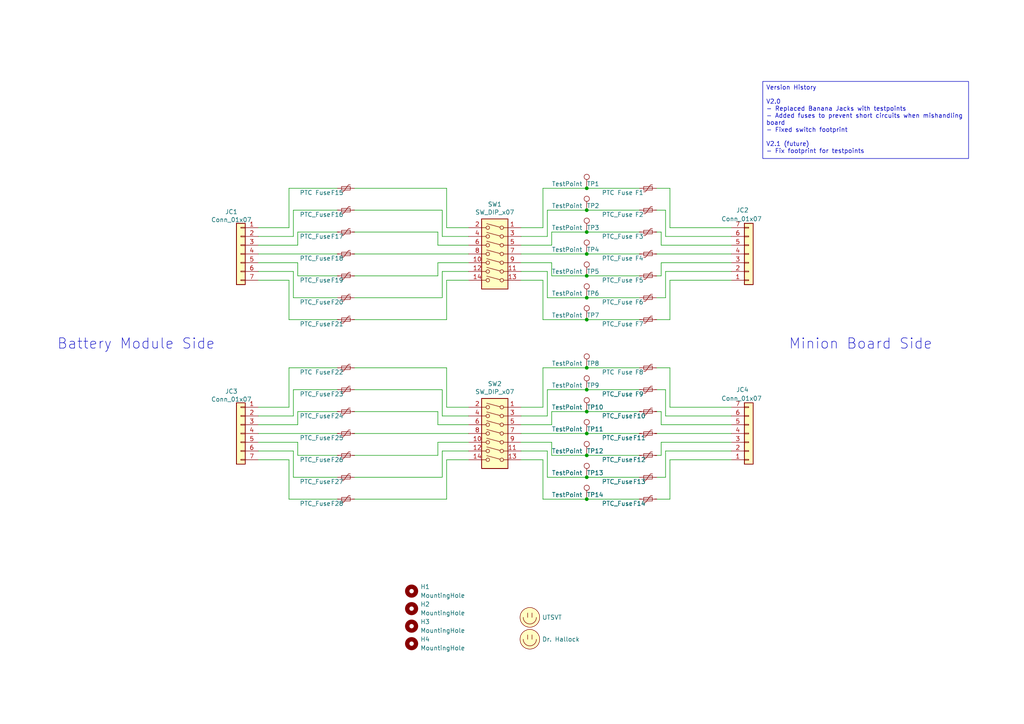
<source format=kicad_sch>
(kicad_sch (version 20230121) (generator eeschema)

  (uuid d8c0fac2-3395-4745-a254-89b9e1fe6b78)

  (paper "A4")

  (title_block
    (title "BPS Scrutineering Board")
    (date "2020-12-18")
    (rev "Rev1")
    (company "University of Texas Solar Vehicle Team")
    (comment 1 "Chase Block")
  )

  (lib_symbols
    (symbol "Connector:TestPoint" (pin_numbers hide) (pin_names (offset 0.762) hide) (in_bom yes) (on_board yes)
      (property "Reference" "TP" (at 0 6.858 0)
        (effects (font (size 1.27 1.27)))
      )
      (property "Value" "TestPoint" (at 0 5.08 0)
        (effects (font (size 1.27 1.27)))
      )
      (property "Footprint" "" (at 5.08 0 0)
        (effects (font (size 1.27 1.27)) hide)
      )
      (property "Datasheet" "~" (at 5.08 0 0)
        (effects (font (size 1.27 1.27)) hide)
      )
      (property "ki_keywords" "test point tp" (at 0 0 0)
        (effects (font (size 1.27 1.27)) hide)
      )
      (property "ki_description" "test point" (at 0 0 0)
        (effects (font (size 1.27 1.27)) hide)
      )
      (property "ki_fp_filters" "Pin* Test*" (at 0 0 0)
        (effects (font (size 1.27 1.27)) hide)
      )
      (symbol "TestPoint_0_1"
        (circle (center 0 3.302) (radius 0.762)
          (stroke (width 0) (type default))
          (fill (type none))
        )
      )
      (symbol "TestPoint_1_1"
        (pin passive line (at 0 0 90) (length 2.54)
          (name "1" (effects (font (size 1.27 1.27))))
          (number "1" (effects (font (size 1.27 1.27))))
        )
      )
    )
    (symbol "Connector_Generic:Conn_01x07" (pin_names (offset 1.016) hide) (in_bom yes) (on_board yes)
      (property "Reference" "J" (at 0 10.16 0)
        (effects (font (size 1.27 1.27)))
      )
      (property "Value" "Conn_01x07" (at 0 -10.16 0)
        (effects (font (size 1.27 1.27)))
      )
      (property "Footprint" "" (at 0 0 0)
        (effects (font (size 1.27 1.27)) hide)
      )
      (property "Datasheet" "~" (at 0 0 0)
        (effects (font (size 1.27 1.27)) hide)
      )
      (property "ki_keywords" "connector" (at 0 0 0)
        (effects (font (size 1.27 1.27)) hide)
      )
      (property "ki_description" "Generic connector, single row, 01x07, script generated (kicad-library-utils/schlib/autogen/connector/)" (at 0 0 0)
        (effects (font (size 1.27 1.27)) hide)
      )
      (property "ki_fp_filters" "Connector*:*_1x??_*" (at 0 0 0)
        (effects (font (size 1.27 1.27)) hide)
      )
      (symbol "Conn_01x07_1_1"
        (rectangle (start -1.27 -7.493) (end 0 -7.747)
          (stroke (width 0.1524) (type default))
          (fill (type none))
        )
        (rectangle (start -1.27 -4.953) (end 0 -5.207)
          (stroke (width 0.1524) (type default))
          (fill (type none))
        )
        (rectangle (start -1.27 -2.413) (end 0 -2.667)
          (stroke (width 0.1524) (type default))
          (fill (type none))
        )
        (rectangle (start -1.27 0.127) (end 0 -0.127)
          (stroke (width 0.1524) (type default))
          (fill (type none))
        )
        (rectangle (start -1.27 2.667) (end 0 2.413)
          (stroke (width 0.1524) (type default))
          (fill (type none))
        )
        (rectangle (start -1.27 5.207) (end 0 4.953)
          (stroke (width 0.1524) (type default))
          (fill (type none))
        )
        (rectangle (start -1.27 7.747) (end 0 7.493)
          (stroke (width 0.1524) (type default))
          (fill (type none))
        )
        (rectangle (start -1.27 8.89) (end 1.27 -8.89)
          (stroke (width 0.254) (type default))
          (fill (type background))
        )
        (pin passive line (at -5.08 7.62 0) (length 3.81)
          (name "Pin_1" (effects (font (size 1.27 1.27))))
          (number "1" (effects (font (size 1.27 1.27))))
        )
        (pin passive line (at -5.08 5.08 0) (length 3.81)
          (name "Pin_2" (effects (font (size 1.27 1.27))))
          (number "2" (effects (font (size 1.27 1.27))))
        )
        (pin passive line (at -5.08 2.54 0) (length 3.81)
          (name "Pin_3" (effects (font (size 1.27 1.27))))
          (number "3" (effects (font (size 1.27 1.27))))
        )
        (pin passive line (at -5.08 0 0) (length 3.81)
          (name "Pin_4" (effects (font (size 1.27 1.27))))
          (number "4" (effects (font (size 1.27 1.27))))
        )
        (pin passive line (at -5.08 -2.54 0) (length 3.81)
          (name "Pin_5" (effects (font (size 1.27 1.27))))
          (number "5" (effects (font (size 1.27 1.27))))
        )
        (pin passive line (at -5.08 -5.08 0) (length 3.81)
          (name "Pin_6" (effects (font (size 1.27 1.27))))
          (number "6" (effects (font (size 1.27 1.27))))
        )
        (pin passive line (at -5.08 -7.62 0) (length 3.81)
          (name "Pin_7" (effects (font (size 1.27 1.27))))
          (number "7" (effects (font (size 1.27 1.27))))
        )
      )
    )
    (symbol "Device:Polyfuse_Small" (pin_numbers hide) (pin_names (offset 0)) (in_bom yes) (on_board yes)
      (property "Reference" "F" (at -1.905 0 90)
        (effects (font (size 1.27 1.27)))
      )
      (property "Value" "Polyfuse_Small" (at 1.905 0 90)
        (effects (font (size 1.27 1.27)))
      )
      (property "Footprint" "" (at 1.27 -5.08 0)
        (effects (font (size 1.27 1.27)) (justify left) hide)
      )
      (property "Datasheet" "~" (at 0 0 0)
        (effects (font (size 1.27 1.27)) hide)
      )
      (property "ki_keywords" "resettable fuse PTC PPTC polyfuse polyswitch" (at 0 0 0)
        (effects (font (size 1.27 1.27)) hide)
      )
      (property "ki_description" "Resettable fuse, polymeric positive temperature coefficient, small symbol" (at 0 0 0)
        (effects (font (size 1.27 1.27)) hide)
      )
      (property "ki_fp_filters" "*polyfuse* *PTC*" (at 0 0 0)
        (effects (font (size 1.27 1.27)) hide)
      )
      (symbol "Polyfuse_Small_0_1"
        (rectangle (start -0.508 1.27) (end 0.508 -1.27)
          (stroke (width 0) (type default))
          (fill (type none))
        )
        (polyline
          (pts
            (xy 0 2.54)
            (xy 0 -2.54)
          )
          (stroke (width 0) (type default))
          (fill (type none))
        )
        (polyline
          (pts
            (xy -1.016 1.27)
            (xy -1.016 0.762)
            (xy 1.016 -0.762)
            (xy 1.016 -1.27)
          )
          (stroke (width 0) (type default))
          (fill (type none))
        )
      )
      (symbol "Polyfuse_Small_1_1"
        (pin passive line (at 0 2.54 270) (length 0.635)
          (name "~" (effects (font (size 1.27 1.27))))
          (number "1" (effects (font (size 1.27 1.27))))
        )
        (pin passive line (at 0 -2.54 90) (length 0.635)
          (name "~" (effects (font (size 1.27 1.27))))
          (number "2" (effects (font (size 1.27 1.27))))
        )
      )
    )
    (symbol "Mechanical:MountingHole" (pin_names (offset 1.016)) (in_bom yes) (on_board yes)
      (property "Reference" "H" (at 0 5.08 0)
        (effects (font (size 1.27 1.27)))
      )
      (property "Value" "MountingHole" (at 0 3.175 0)
        (effects (font (size 1.27 1.27)))
      )
      (property "Footprint" "" (at 0 0 0)
        (effects (font (size 1.27 1.27)) hide)
      )
      (property "Datasheet" "~" (at 0 0 0)
        (effects (font (size 1.27 1.27)) hide)
      )
      (property "ki_keywords" "mounting hole" (at 0 0 0)
        (effects (font (size 1.27 1.27)) hide)
      )
      (property "ki_description" "Mounting Hole without connection" (at 0 0 0)
        (effects (font (size 1.27 1.27)) hide)
      )
      (property "ki_fp_filters" "MountingHole*" (at 0 0 0)
        (effects (font (size 1.27 1.27)) hide)
      )
      (symbol "MountingHole_0_1"
        (circle (center 0 0) (radius 1.27)
          (stroke (width 1.27) (type default))
          (fill (type none))
        )
      )
    )
    (symbol "SW_DIP_x07_1" (pin_names (offset 0) hide) (in_bom yes) (on_board yes)
      (property "Reference" "SW1" (at 0 16.9418 0)
        (effects (font (size 1.27 1.27)))
      )
      (property "Value" "SW_DIP_x07" (at 0 14.6304 0)
        (effects (font (size 1.27 1.27)))
      )
      (property "Footprint" "UTSVT_Special:7switch_module_DS04254207BKSMT" (at 0 0 0)
        (effects (font (size 1.27 1.27)) hide)
      )
      (property "Datasheet" "https://www.mouser.com/datasheet/2/670/ds04_254_smt-1777718.pdf" (at 0 0 0)
        (effects (font (size 1.27 1.27)) hide)
      )
      (property "ki_keywords" "dip switch" (at 0 0 0)
        (effects (font (size 1.27 1.27)) hide)
      )
      (property "ki_description" "7x DIP Switch, Single Pole Single Throw (SPST) switch, small symbol" (at 0 0 0)
        (effects (font (size 1.27 1.27)) hide)
      )
      (property "ki_fp_filters" "SW?DIP?x7*" (at 0 0 0)
        (effects (font (size 1.27 1.27)) hide)
      )
      (symbol "SW_DIP_x07_1_0_0"
        (circle (center -2.032 -5.08) (radius 0.508)
          (stroke (width 0) (type default))
          (fill (type none))
        )
        (circle (center -2.032 -2.54) (radius 0.508)
          (stroke (width 0) (type default))
          (fill (type none))
        )
        (circle (center -2.032 0) (radius 0.508)
          (stroke (width 0) (type default))
          (fill (type none))
        )
        (circle (center -2.032 2.54) (radius 0.508)
          (stroke (width 0) (type default))
          (fill (type none))
        )
        (circle (center -2.032 5.08) (radius 0.508)
          (stroke (width 0) (type default))
          (fill (type none))
        )
        (circle (center -2.032 7.62) (radius 0.508)
          (stroke (width 0) (type default))
          (fill (type none))
        )
        (circle (center -2.032 10.16) (radius 0.508)
          (stroke (width 0) (type default))
          (fill (type none))
        )
        (polyline
          (pts
            (xy -1.524 -4.9276)
            (xy 2.3622 -3.8862)
          )
          (stroke (width 0) (type default))
          (fill (type none))
        )
        (polyline
          (pts
            (xy -1.524 -2.3876)
            (xy 2.3622 -1.3462)
          )
          (stroke (width 0) (type default))
          (fill (type none))
        )
        (polyline
          (pts
            (xy -1.524 0.127)
            (xy 2.3622 1.1684)
          )
          (stroke (width 0) (type default))
          (fill (type none))
        )
        (polyline
          (pts
            (xy -1.524 2.667)
            (xy 2.3622 3.7084)
          )
          (stroke (width 0) (type default))
          (fill (type none))
        )
        (polyline
          (pts
            (xy -1.524 5.207)
            (xy 2.3622 6.2484)
          )
          (stroke (width 0) (type default))
          (fill (type none))
        )
        (polyline
          (pts
            (xy -1.524 7.747)
            (xy 2.3622 8.7884)
          )
          (stroke (width 0) (type default))
          (fill (type none))
        )
        (polyline
          (pts
            (xy -1.524 10.287)
            (xy 2.3622 11.3284)
          )
          (stroke (width 0) (type default))
          (fill (type none))
        )
        (circle (center 2.032 -5.08) (radius 0.508)
          (stroke (width 0) (type default))
          (fill (type none))
        )
        (circle (center 2.032 -2.54) (radius 0.508)
          (stroke (width 0) (type default))
          (fill (type none))
        )
        (circle (center 2.032 0) (radius 0.508)
          (stroke (width 0) (type default))
          (fill (type none))
        )
        (circle (center 2.032 2.54) (radius 0.508)
          (stroke (width 0) (type default))
          (fill (type none))
        )
        (circle (center 2.032 5.08) (radius 0.508)
          (stroke (width 0) (type default))
          (fill (type none))
        )
        (circle (center 2.032 7.62) (radius 0.508)
          (stroke (width 0) (type default))
          (fill (type none))
        )
        (circle (center 2.032 10.16) (radius 0.508)
          (stroke (width 0) (type default))
          (fill (type none))
        )
      )
      (symbol "SW_DIP_x07_1_0_1"
        (rectangle (start -3.81 12.7) (end 3.81 -7.62)
          (stroke (width 0.254) (type default))
          (fill (type background))
        )
      )
      (symbol "SW_DIP_x07_1_1_1"
        (pin passive line (at -7.62 10.16 0) (length 5.08)
          (name "~" (effects (font (size 1.27 1.27))))
          (number "1" (effects (font (size 1.27 1.27))))
        )
        (pin passive line (at 7.62 0 180) (length 5.08)
          (name "~" (effects (font (size 1.27 1.27))))
          (number "10" (effects (font (size 1.27 1.27))))
        )
        (pin passive line (at -7.62 -2.54 0) (length 5.08)
          (name "~" (effects (font (size 1.27 1.27))))
          (number "11" (effects (font (size 1.27 1.27))))
        )
        (pin passive line (at 7.62 -2.54 180) (length 5.08)
          (name "~" (effects (font (size 1.27 1.27))))
          (number "12" (effects (font (size 1.27 1.27))))
        )
        (pin passive line (at -7.62 -5.08 0) (length 5.08)
          (name "~" (effects (font (size 1.27 1.27))))
          (number "13" (effects (font (size 1.27 1.27))))
        )
        (pin passive line (at 7.62 -5.08 180) (length 5.08)
          (name "~" (effects (font (size 1.27 1.27))))
          (number "14" (effects (font (size 1.27 1.27))))
        )
        (pin passive line (at 7.62 10.16 180) (length 5.08)
          (name "~" (effects (font (size 1.27 1.27))))
          (number "2" (effects (font (size 1.27 1.27))))
        )
        (pin passive line (at -7.62 7.62 0) (length 5.08)
          (name "~" (effects (font (size 1.27 1.27))))
          (number "3" (effects (font (size 1.27 1.27))))
        )
        (pin passive line (at 7.62 7.62 180) (length 5.08)
          (name "~" (effects (font (size 1.27 1.27))))
          (number "4" (effects (font (size 1.27 1.27))))
        )
        (pin passive line (at -7.62 5.08 0) (length 5.08)
          (name "~" (effects (font (size 1.27 1.27))))
          (number "5" (effects (font (size 1.27 1.27))))
        )
        (pin passive line (at 7.62 5.08 180) (length 5.08)
          (name "~" (effects (font (size 1.27 1.27))))
          (number "6" (effects (font (size 1.27 1.27))))
        )
        (pin passive line (at -7.62 2.54 0) (length 5.08)
          (name "~" (effects (font (size 1.27 1.27))))
          (number "7" (effects (font (size 1.27 1.27))))
        )
        (pin passive line (at 7.62 2.54 180) (length 5.08)
          (name "~" (effects (font (size 1.27 1.27))))
          (number "8" (effects (font (size 1.27 1.27))))
        )
        (pin passive line (at -7.62 0 0) (length 5.08)
          (name "~" (effects (font (size 1.27 1.27))))
          (number "9" (effects (font (size 1.27 1.27))))
        )
      )
    )
    (symbol "Switch:SW_DIP_x07" (pin_names (offset 0) hide) (in_bom yes) (on_board yes)
      (property "Reference" "SW2" (at 0 16.9418 0)
        (effects (font (size 1.27 1.27)))
      )
      (property "Value" "SW_DIP_x07" (at 0 14.6304 0)
        (effects (font (size 1.27 1.27)))
      )
      (property "Footprint" "UTSVT_Special:7switch_module_DS04254207BKSMT" (at 0 0 0)
        (effects (font (size 1.27 1.27)) hide)
      )
      (property "Datasheet" "https://www.mouser.com/datasheet/2/670/ds04_254_smt-1777718.pdf" (at 0 0 0)
        (effects (font (size 1.27 1.27)) hide)
      )
      (property "ki_keywords" "dip switch" (at 0 0 0)
        (effects (font (size 1.27 1.27)) hide)
      )
      (property "ki_description" "7x DIP Switch, Single Pole Single Throw (SPST) switch, small symbol" (at 0 0 0)
        (effects (font (size 1.27 1.27)) hide)
      )
      (property "ki_fp_filters" "SW?DIP?x7*" (at 0 0 0)
        (effects (font (size 1.27 1.27)) hide)
      )
      (symbol "SW_DIP_x07_0_0"
        (circle (center -2.032 -5.08) (radius 0.508)
          (stroke (width 0) (type default))
          (fill (type none))
        )
        (circle (center -2.032 -2.54) (radius 0.508)
          (stroke (width 0) (type default))
          (fill (type none))
        )
        (circle (center -2.032 0) (radius 0.508)
          (stroke (width 0) (type default))
          (fill (type none))
        )
        (circle (center -2.032 2.54) (radius 0.508)
          (stroke (width 0) (type default))
          (fill (type none))
        )
        (circle (center -2.032 5.08) (radius 0.508)
          (stroke (width 0) (type default))
          (fill (type none))
        )
        (circle (center -2.032 7.62) (radius 0.508)
          (stroke (width 0) (type default))
          (fill (type none))
        )
        (circle (center -2.032 10.16) (radius 0.508)
          (stroke (width 0) (type default))
          (fill (type none))
        )
        (polyline
          (pts
            (xy -1.524 -4.9276)
            (xy 2.3622 -3.8862)
          )
          (stroke (width 0) (type default))
          (fill (type none))
        )
        (polyline
          (pts
            (xy -1.524 -2.3876)
            (xy 2.3622 -1.3462)
          )
          (stroke (width 0) (type default))
          (fill (type none))
        )
        (polyline
          (pts
            (xy -1.524 0.127)
            (xy 2.3622 1.1684)
          )
          (stroke (width 0) (type default))
          (fill (type none))
        )
        (polyline
          (pts
            (xy -1.524 2.667)
            (xy 2.3622 3.7084)
          )
          (stroke (width 0) (type default))
          (fill (type none))
        )
        (polyline
          (pts
            (xy -1.524 5.207)
            (xy 2.3622 6.2484)
          )
          (stroke (width 0) (type default))
          (fill (type none))
        )
        (polyline
          (pts
            (xy -1.524 7.747)
            (xy 2.3622 8.7884)
          )
          (stroke (width 0) (type default))
          (fill (type none))
        )
        (polyline
          (pts
            (xy -1.524 10.287)
            (xy 2.3622 11.3284)
          )
          (stroke (width 0) (type default))
          (fill (type none))
        )
        (circle (center 2.032 -5.08) (radius 0.508)
          (stroke (width 0) (type default))
          (fill (type none))
        )
        (circle (center 2.032 -2.54) (radius 0.508)
          (stroke (width 0) (type default))
          (fill (type none))
        )
        (circle (center 2.032 0) (radius 0.508)
          (stroke (width 0) (type default))
          (fill (type none))
        )
        (circle (center 2.032 2.54) (radius 0.508)
          (stroke (width 0) (type default))
          (fill (type none))
        )
        (circle (center 2.032 5.08) (radius 0.508)
          (stroke (width 0) (type default))
          (fill (type none))
        )
        (circle (center 2.032 7.62) (radius 0.508)
          (stroke (width 0) (type default))
          (fill (type none))
        )
        (circle (center 2.032 10.16) (radius 0.508)
          (stroke (width 0) (type default))
          (fill (type none))
        )
      )
      (symbol "SW_DIP_x07_0_1"
        (rectangle (start -3.81 12.7) (end 3.81 -7.62)
          (stroke (width 0.254) (type default))
          (fill (type background))
        )
      )
      (symbol "SW_DIP_x07_1_1"
        (pin passive line (at -7.62 10.16 0) (length 5.08)
          (name "~" (effects (font (size 1.27 1.27))))
          (number "1" (effects (font (size 1.27 1.27))))
        )
        (pin passive line (at 7.62 0 180) (length 5.08)
          (name "~" (effects (font (size 1.27 1.27))))
          (number "10" (effects (font (size 1.27 1.27))))
        )
        (pin passive line (at -7.62 -2.54 0) (length 5.08)
          (name "~" (effects (font (size 1.27 1.27))))
          (number "11" (effects (font (size 1.27 1.27))))
        )
        (pin passive line (at 7.62 -2.54 180) (length 5.08)
          (name "~" (effects (font (size 1.27 1.27))))
          (number "12" (effects (font (size 1.27 1.27))))
        )
        (pin passive line (at -7.62 -5.08 0) (length 5.08)
          (name "~" (effects (font (size 1.27 1.27))))
          (number "13" (effects (font (size 1.27 1.27))))
        )
        (pin passive line (at 7.62 -5.08 180) (length 5.08)
          (name "~" (effects (font (size 1.27 1.27))))
          (number "14" (effects (font (size 1.27 1.27))))
        )
        (pin passive line (at 7.62 10.16 180) (length 5.08)
          (name "~" (effects (font (size 1.27 1.27))))
          (number "2" (effects (font (size 1.27 1.27))))
        )
        (pin passive line (at -7.62 7.62 0) (length 5.08)
          (name "~" (effects (font (size 1.27 1.27))))
          (number "3" (effects (font (size 1.27 1.27))))
        )
        (pin passive line (at 7.62 7.62 180) (length 5.08)
          (name "~" (effects (font (size 1.27 1.27))))
          (number "4" (effects (font (size 1.27 1.27))))
        )
        (pin passive line (at -7.62 5.08 0) (length 5.08)
          (name "~" (effects (font (size 1.27 1.27))))
          (number "5" (effects (font (size 1.27 1.27))))
        )
        (pin passive line (at 7.62 5.08 180) (length 5.08)
          (name "~" (effects (font (size 1.27 1.27))))
          (number "6" (effects (font (size 1.27 1.27))))
        )
        (pin passive line (at -7.62 2.54 0) (length 5.08)
          (name "~" (effects (font (size 1.27 1.27))))
          (number "7" (effects (font (size 1.27 1.27))))
        )
        (pin passive line (at 7.62 2.54 180) (length 5.08)
          (name "~" (effects (font (size 1.27 1.27))))
          (number "8" (effects (font (size 1.27 1.27))))
        )
        (pin passive line (at -7.62 0 0) (length 5.08)
          (name "~" (effects (font (size 1.27 1.27))))
          (number "9" (effects (font (size 1.27 1.27))))
        )
      )
    )
    (symbol "utsvt-misc:Logo_Placeholder" (pin_names (offset 1.016)) (in_bom yes) (on_board yes)
      (property "Reference" "LOGO" (at 0 3.81 0)
        (effects (font (size 1.27 1.27)) hide)
      )
      (property "Value" "Logo_Placeholder" (at 0 3.81 0)
        (effects (font (size 1.27 1.27)))
      )
      (property "Footprint" "" (at 0 1.905 0)
        (effects (font (size 1.27 1.27)) hide)
      )
      (property "Datasheet" "" (at 0 1.905 0)
        (effects (font (size 1.27 1.27)) hide)
      )
      (property "ki_keywords" "graphic, symbol" (at 0 0 0)
        (effects (font (size 1.27 1.27)) hide)
      )
      (property "ki_description" "Graph footprint placeholder" (at 0 0 0)
        (effects (font (size 1.27 1.27)) hide)
      )
      (symbol "Logo_Placeholder_0_1"
        (arc (start -1.905 0) (mid 0 -1.8967) (end 1.905 0)
          (stroke (width 0) (type default))
          (fill (type none))
        )
        (polyline
          (pts
            (xy -0.635 1.27)
            (xy -0.635 0)
          )
          (stroke (width 0) (type default))
          (fill (type none))
        )
        (polyline
          (pts
            (xy 0.635 1.27)
            (xy 0.635 0)
          )
          (stroke (width 0) (type default))
          (fill (type none))
        )
        (circle (center 0 0) (radius 2.8448)
          (stroke (width 0) (type default))
          (fill (type background))
        )
      )
    )
  )

  (junction (at 170.18 106.68) (diameter 0) (color 0 0 0 0)
    (uuid 106110ff-57fa-42dc-9daf-b8048dd3a726)
  )
  (junction (at 170.18 132.08) (diameter 0) (color 0 0 0 0)
    (uuid 154b229e-5b66-4b7c-887c-7e0a53a0ce2e)
  )
  (junction (at 170.18 144.78) (diameter 0) (color 0 0 0 0)
    (uuid 3254971a-fb7e-451e-bbc4-f0bcd083602d)
  )
  (junction (at 170.18 92.71) (diameter 0) (color 0 0 0 0)
    (uuid 37e10dc8-0a4d-4c76-b1e3-3b89242a11c8)
  )
  (junction (at 170.18 60.96) (diameter 0) (color 0 0 0 0)
    (uuid 4d84c579-a784-4514-9ebb-b0ec9fba1e7e)
  )
  (junction (at 170.18 113.03) (diameter 0) (color 0 0 0 0)
    (uuid 4ef61e75-4cbf-4387-817d-7367a69cb951)
  )
  (junction (at 170.18 73.66) (diameter 0) (color 0 0 0 0)
    (uuid 7568d5cb-1d64-40fb-a240-68f2b4ea476b)
  )
  (junction (at 170.18 125.73) (diameter 0) (color 0 0 0 0)
    (uuid 80b18a5a-7ff1-4305-9ba9-c4d08bd45c08)
  )
  (junction (at 170.18 119.38) (diameter 0) (color 0 0 0 0)
    (uuid 8e5ee3f3-82ad-4ac8-914d-cfac491f24f4)
  )
  (junction (at 170.18 54.61) (diameter 0) (color 0 0 0 0)
    (uuid a344bd30-5804-4062-8d42-07194981541f)
  )
  (junction (at 170.18 80.01) (diameter 0) (color 0 0 0 0)
    (uuid a4a983f7-1b99-49c5-aa8a-9117c60447b1)
  )
  (junction (at 170.18 67.31) (diameter 0) (color 0 0 0 0)
    (uuid b8d4f5e9-d04d-49a3-b0f7-120ff48c3ef3)
  )
  (junction (at 170.18 138.43) (diameter 0) (color 0 0 0 0)
    (uuid c22957d3-4f2b-4435-b518-3fac38df99ce)
  )
  (junction (at 170.18 86.36) (diameter 0) (color 0 0 0 0)
    (uuid e3c616b5-55f8-41d8-9203-d582f8cf2d69)
  )

  (wire (pts (xy 151.13 118.11) (xy 157.48 118.11))
    (stroke (width 0) (type default))
    (uuid 006536e7-bd0c-46e3-ba98-6bd8a99fc420)
  )
  (wire (pts (xy 158.75 60.96) (xy 170.18 60.96))
    (stroke (width 0) (type default))
    (uuid 00db2e64-4e41-4bae-85b8-e434ea832186)
  )
  (wire (pts (xy 83.82 133.35) (xy 74.93 133.35))
    (stroke (width 0) (type default))
    (uuid 01c5385f-4b4c-4977-8616-19a3808095a4)
  )
  (wire (pts (xy 74.93 73.66) (xy 97.79 73.66))
    (stroke (width 0) (type default))
    (uuid 0311ba6e-1f6b-49c8-b2c2-d3ed250e82a2)
  )
  (wire (pts (xy 160.02 119.38) (xy 170.18 119.38))
    (stroke (width 0) (type default))
    (uuid 04621de4-fa4a-429d-9e80-431f320013cb)
  )
  (wire (pts (xy 158.75 113.03) (xy 170.18 113.03))
    (stroke (width 0) (type default))
    (uuid 047fd303-2663-44d9-a725-3e067d9dd69d)
  )
  (wire (pts (xy 86.36 67.31) (xy 86.36 71.12))
    (stroke (width 0) (type default))
    (uuid 0634460a-6b01-4b8d-b98e-4cf09a269152)
  )
  (wire (pts (xy 191.77 128.27) (xy 212.09 128.27))
    (stroke (width 0) (type default))
    (uuid 07f69ab1-9ab7-4f30-8ac7-fdfe904f1a63)
  )
  (wire (pts (xy 102.87 54.61) (xy 129.54 54.61))
    (stroke (width 0) (type default))
    (uuid 09a122a8-406d-4d76-ab88-03bbcb985cb7)
  )
  (wire (pts (xy 151.13 71.12) (xy 160.02 71.12))
    (stroke (width 0) (type default))
    (uuid 0a7a6505-5f41-47be-ad12-33d200569f50)
  )
  (wire (pts (xy 102.87 80.01) (xy 127 80.01))
    (stroke (width 0) (type default))
    (uuid 0cfdc26b-67df-42d1-bbcf-45bf68ce0ac0)
  )
  (wire (pts (xy 160.02 123.19) (xy 160.02 119.38))
    (stroke (width 0) (type default))
    (uuid 0d6940ba-d7c6-4a57-a9ff-211b55c71cec)
  )
  (wire (pts (xy 102.87 86.36) (xy 128.27 86.36))
    (stroke (width 0) (type default))
    (uuid 0f3a4064-caa0-4f47-a7dd-e147b2fbe38b)
  )
  (wire (pts (xy 97.79 113.03) (xy 85.09 113.03))
    (stroke (width 0) (type default))
    (uuid 0f7ccb76-03cf-4312-b94f-d343d605b82a)
  )
  (wire (pts (xy 190.5 73.66) (xy 212.09 73.66))
    (stroke (width 0) (type default))
    (uuid 116e4ae8-21a1-4bf9-8435-35e6deb8f511)
  )
  (wire (pts (xy 160.02 67.31) (xy 170.18 67.31))
    (stroke (width 0) (type default))
    (uuid 11717a2d-2a30-43b4-b0c9-382b5798acab)
  )
  (wire (pts (xy 190.5 113.03) (xy 193.04 113.03))
    (stroke (width 0) (type default))
    (uuid 1310b500-f89c-47cf-bf7c-1dbb5d5398b8)
  )
  (wire (pts (xy 194.31 118.11) (xy 212.09 118.11))
    (stroke (width 0) (type default))
    (uuid 1386c9c2-afbf-442d-9743-145debcfabad)
  )
  (wire (pts (xy 194.31 133.35) (xy 212.09 133.35))
    (stroke (width 0) (type default))
    (uuid 13c4e898-a48e-4b4e-a869-8302635c3178)
  )
  (wire (pts (xy 129.54 133.35) (xy 135.89 133.35))
    (stroke (width 0) (type default))
    (uuid 1621e729-ec3c-4401-a28a-d4355f8fcf65)
  )
  (wire (pts (xy 85.09 113.03) (xy 85.09 120.65))
    (stroke (width 0) (type default))
    (uuid 16e09993-ebd2-4005-9df9-4b6bf1d6d936)
  )
  (wire (pts (xy 86.36 128.27) (xy 74.93 128.27))
    (stroke (width 0) (type default))
    (uuid 19c380a8-6577-4f23-9b2a-7a7c30da61db)
  )
  (wire (pts (xy 160.02 132.08) (xy 170.18 132.08))
    (stroke (width 0) (type default))
    (uuid 1d00ae3f-6b20-42fc-9a79-7a507c89b326)
  )
  (wire (pts (xy 170.18 60.96) (xy 185.42 60.96))
    (stroke (width 0) (type default))
    (uuid 1d57b450-6c85-4ed8-8692-124c31c45cba)
  )
  (wire (pts (xy 97.79 60.96) (xy 85.09 60.96))
    (stroke (width 0) (type default))
    (uuid 1eaba704-a681-41af-aedd-d4fa7c36062e)
  )
  (wire (pts (xy 190.5 132.08) (xy 191.77 132.08))
    (stroke (width 0) (type default))
    (uuid 20a0ebc4-73be-41eb-8e6b-2c2311fa94f7)
  )
  (wire (pts (xy 158.75 120.65) (xy 158.75 113.03))
    (stroke (width 0) (type default))
    (uuid 223bf6f9-885e-42b7-a329-51f4c72aedac)
  )
  (wire (pts (xy 128.27 78.74) (xy 135.89 78.74))
    (stroke (width 0) (type default))
    (uuid 25c3e94a-f360-41fb-becc-d3886a6f73ca)
  )
  (wire (pts (xy 85.09 78.74) (xy 74.93 78.74))
    (stroke (width 0) (type default))
    (uuid 26275767-0ef6-4fa7-a29b-145bde341c05)
  )
  (wire (pts (xy 102.87 132.08) (xy 127 132.08))
    (stroke (width 0) (type default))
    (uuid 280e7b44-5596-4f62-9045-142dc32024d9)
  )
  (wire (pts (xy 127 132.08) (xy 127 128.27))
    (stroke (width 0) (type default))
    (uuid 28a77cb6-db0f-48b0-a2b9-ef17c64cf335)
  )
  (wire (pts (xy 83.82 144.78) (xy 83.82 133.35))
    (stroke (width 0) (type default))
    (uuid 28cbd13e-abba-420b-baca-2b7bc29feff8)
  )
  (wire (pts (xy 97.79 80.01) (xy 86.36 80.01))
    (stroke (width 0) (type default))
    (uuid 2a31215d-9e05-485f-aa54-76f9a54a7330)
  )
  (wire (pts (xy 158.75 130.81) (xy 158.75 138.43))
    (stroke (width 0) (type default))
    (uuid 2bdc384c-8d05-4267-896a-96bbe180892c)
  )
  (wire (pts (xy 157.48 66.04) (xy 157.48 54.61))
    (stroke (width 0) (type default))
    (uuid 2df0f2e5-065e-459e-8a36-54550394fe31)
  )
  (wire (pts (xy 83.82 92.71) (xy 83.82 81.28))
    (stroke (width 0) (type default))
    (uuid 2e22c0db-9185-4dad-9d1c-b5b4bf92d360)
  )
  (wire (pts (xy 190.5 144.78) (xy 194.31 144.78))
    (stroke (width 0) (type default))
    (uuid 2e7fa966-6ab7-4a8d-b1d9-618e22587478)
  )
  (wire (pts (xy 170.18 144.78) (xy 185.42 144.78))
    (stroke (width 0) (type default))
    (uuid 32e16e04-7cf2-436a-bf53-b346f284d5ab)
  )
  (wire (pts (xy 127 67.31) (xy 127 71.12))
    (stroke (width 0) (type default))
    (uuid 36bee006-2e5a-4d75-ae9e-439bd0e14f85)
  )
  (wire (pts (xy 158.75 138.43) (xy 170.18 138.43))
    (stroke (width 0) (type default))
    (uuid 39c73eb4-5a69-4e2d-9f9e-34fd72017f6f)
  )
  (wire (pts (xy 193.04 130.81) (xy 193.04 138.43))
    (stroke (width 0) (type default))
    (uuid 3e2f6d0a-5373-4221-9f81-985e08b3e8c6)
  )
  (wire (pts (xy 158.75 68.58) (xy 158.75 60.96))
    (stroke (width 0) (type default))
    (uuid 3e4b1c30-95cd-4d5c-b46b-19569ac1632f)
  )
  (wire (pts (xy 85.09 68.58) (xy 74.93 68.58))
    (stroke (width 0) (type default))
    (uuid 3e96ffc8-4c3d-4057-843c-699d1d9bb3dc)
  )
  (wire (pts (xy 85.09 86.36) (xy 85.09 78.74))
    (stroke (width 0) (type default))
    (uuid 3ef9b0d3-cedb-412b-b192-c3c98db084e8)
  )
  (wire (pts (xy 151.13 78.74) (xy 158.75 78.74))
    (stroke (width 0) (type default))
    (uuid 3f714500-c391-4357-a270-3ca71e7e7b4d)
  )
  (wire (pts (xy 83.82 66.04) (xy 74.93 66.04))
    (stroke (width 0) (type default))
    (uuid 40114780-51a6-4942-b037-331c5f6609c9)
  )
  (wire (pts (xy 190.5 125.73) (xy 212.09 125.73))
    (stroke (width 0) (type default))
    (uuid 41e43cb6-c362-4a98-ba1d-aa927aff0e5b)
  )
  (wire (pts (xy 190.5 67.31) (xy 191.77 67.31))
    (stroke (width 0) (type default))
    (uuid 432bb3b4-e3d8-4051-820e-3a4c8a682991)
  )
  (wire (pts (xy 151.13 130.81) (xy 158.75 130.81))
    (stroke (width 0) (type default))
    (uuid 4348d0d0-5f07-49d7-8979-6ffb494d480a)
  )
  (wire (pts (xy 86.36 119.38) (xy 86.36 123.19))
    (stroke (width 0) (type default))
    (uuid 44901007-12d5-41ae-a855-6af18699784f)
  )
  (wire (pts (xy 74.93 125.73) (xy 97.79 125.73))
    (stroke (width 0) (type default))
    (uuid 44c7b49f-7804-4a0a-b3e1-5cf3ac69a71e)
  )
  (wire (pts (xy 127 80.01) (xy 127 76.2))
    (stroke (width 0) (type default))
    (uuid 44fe7c88-a747-4880-bdbf-b3d90d646287)
  )
  (wire (pts (xy 102.87 92.71) (xy 129.54 92.71))
    (stroke (width 0) (type default))
    (uuid 4773aff9-29c3-4ab4-b277-420a65429cd9)
  )
  (wire (pts (xy 127 71.12) (xy 135.89 71.12))
    (stroke (width 0) (type default))
    (uuid 4835cd0e-dcbc-43fd-9fb1-13c59f894020)
  )
  (wire (pts (xy 160.02 80.01) (xy 170.18 80.01))
    (stroke (width 0) (type default))
    (uuid 494561a6-1720-4067-9843-f0bc77332d48)
  )
  (wire (pts (xy 190.5 86.36) (xy 193.04 86.36))
    (stroke (width 0) (type default))
    (uuid 4e3eccad-a303-4375-ba07-f92306159608)
  )
  (wire (pts (xy 157.48 133.35) (xy 157.48 144.78))
    (stroke (width 0) (type default))
    (uuid 50129f6a-47da-4799-b290-e977a0f61eb0)
  )
  (wire (pts (xy 193.04 60.96) (xy 193.04 68.58))
    (stroke (width 0) (type default))
    (uuid 5237f45d-c9ab-4578-a481-357b8a6b58cc)
  )
  (wire (pts (xy 86.36 123.19) (xy 74.93 123.19))
    (stroke (width 0) (type default))
    (uuid 555080f0-ccd6-4472-8c34-7211a8295cc2)
  )
  (wire (pts (xy 170.18 132.08) (xy 185.42 132.08))
    (stroke (width 0) (type default))
    (uuid 57131817-a42e-4676-92cc-92f95d52a2ea)
  )
  (wire (pts (xy 129.54 106.68) (xy 129.54 118.11))
    (stroke (width 0) (type default))
    (uuid 5a2c69cc-3ca4-4cf6-92ea-cb6dd5000b55)
  )
  (wire (pts (xy 151.13 76.2) (xy 160.02 76.2))
    (stroke (width 0) (type default))
    (uuid 5c9bedf5-2297-434e-a489-536db9a010c4)
  )
  (wire (pts (xy 191.77 123.19) (xy 191.77 119.38))
    (stroke (width 0) (type default))
    (uuid 5caff922-23cd-409a-9607-05f2fc7ac4d0)
  )
  (wire (pts (xy 127 128.27) (xy 135.89 128.27))
    (stroke (width 0) (type default))
    (uuid 63850360-5cd6-4638-a859-598ea1473a51)
  )
  (wire (pts (xy 170.18 106.68) (xy 185.42 106.68))
    (stroke (width 0) (type default))
    (uuid 666e2daa-9a40-4aaf-a853-10a8745551eb)
  )
  (wire (pts (xy 97.79 138.43) (xy 85.09 138.43))
    (stroke (width 0) (type default))
    (uuid 670dcd19-9e87-4738-85c8-0d94c9921808)
  )
  (wire (pts (xy 102.87 106.68) (xy 129.54 106.68))
    (stroke (width 0) (type default))
    (uuid 67822b4e-37df-4a3a-b628-13a1fdd943d7)
  )
  (wire (pts (xy 85.09 130.81) (xy 74.93 130.81))
    (stroke (width 0) (type default))
    (uuid 68ba082c-bb97-4f7a-b651-d19980ff06e5)
  )
  (wire (pts (xy 190.5 54.61) (xy 194.31 54.61))
    (stroke (width 0) (type default))
    (uuid 6a188341-e497-4d40-ba93-082398a6b36c)
  )
  (wire (pts (xy 194.31 81.28) (xy 212.09 81.28))
    (stroke (width 0) (type default))
    (uuid 6af7f2e8-307c-4a28-9a6a-ddc655b29ab3)
  )
  (wire (pts (xy 129.54 81.28) (xy 135.89 81.28))
    (stroke (width 0) (type default))
    (uuid 6b12e31a-d683-4d49-97a5-04fa17b35cfb)
  )
  (wire (pts (xy 151.13 66.04) (xy 157.48 66.04))
    (stroke (width 0) (type default))
    (uuid 6bd53b70-7246-4c73-801b-ec6afc24e737)
  )
  (wire (pts (xy 102.87 144.78) (xy 129.54 144.78))
    (stroke (width 0) (type default))
    (uuid 6d7a8013-f89f-4827-9ec2-38867f4a4d02)
  )
  (wire (pts (xy 157.48 144.78) (xy 170.18 144.78))
    (stroke (width 0) (type default))
    (uuid 6e156fb4-4de6-410e-a565-1abe883f1a8b)
  )
  (wire (pts (xy 190.5 92.71) (xy 194.31 92.71))
    (stroke (width 0) (type default))
    (uuid 7144fda6-e785-4df9-bf36-8ced9b92ff3c)
  )
  (wire (pts (xy 191.77 80.01) (xy 191.77 76.2))
    (stroke (width 0) (type default))
    (uuid 730de403-b488-4328-9a8b-4cc2801eaf58)
  )
  (wire (pts (xy 160.02 76.2) (xy 160.02 80.01))
    (stroke (width 0) (type default))
    (uuid 7437c992-1809-46bb-a19f-2f5b076ac392)
  )
  (wire (pts (xy 97.79 144.78) (xy 83.82 144.78))
    (stroke (width 0) (type default))
    (uuid 7767b4d9-ea0c-4633-a68f-14c26e6989cb)
  )
  (wire (pts (xy 151.13 73.66) (xy 170.18 73.66))
    (stroke (width 0) (type default))
    (uuid 7a4f0bea-d5e3-451f-9f49-18ec1f8df38b)
  )
  (wire (pts (xy 128.27 138.43) (xy 128.27 130.81))
    (stroke (width 0) (type default))
    (uuid 7aa0440d-c8f0-4706-8a18-1b193296a370)
  )
  (wire (pts (xy 127 123.19) (xy 135.89 123.19))
    (stroke (width 0) (type default))
    (uuid 7e6391b9-90ab-43fd-a1c0-e2f555bcf326)
  )
  (wire (pts (xy 97.79 106.68) (xy 83.82 106.68))
    (stroke (width 0) (type default))
    (uuid 80bac193-68cf-4589-8081-60ef89ab5b76)
  )
  (wire (pts (xy 194.31 54.61) (xy 194.31 66.04))
    (stroke (width 0) (type default))
    (uuid 81180b03-c42c-4009-a7ba-9c5f80d26bb5)
  )
  (wire (pts (xy 170.18 67.31) (xy 185.42 67.31))
    (stroke (width 0) (type default))
    (uuid 831bcdb1-9efb-4336-94f2-d028c53e1fb5)
  )
  (wire (pts (xy 97.79 86.36) (xy 85.09 86.36))
    (stroke (width 0) (type default))
    (uuid 845617e5-103e-4560-bb20-4932fb10a340)
  )
  (wire (pts (xy 194.31 144.78) (xy 194.31 133.35))
    (stroke (width 0) (type default))
    (uuid 87a8de74-4c22-4d5f-a38a-838305a4e09e)
  )
  (wire (pts (xy 86.36 80.01) (xy 86.36 76.2))
    (stroke (width 0) (type default))
    (uuid 87d7c971-8986-4c33-af7c-99a40427e517)
  )
  (wire (pts (xy 191.77 123.19) (xy 212.09 123.19))
    (stroke (width 0) (type default))
    (uuid 8b2e384f-411c-4807-9b9c-df44e59d8ce4)
  )
  (wire (pts (xy 102.87 67.31) (xy 127 67.31))
    (stroke (width 0) (type default))
    (uuid 8b8175cb-5e5e-4d86-97f6-c2adfa8436fa)
  )
  (wire (pts (xy 193.04 113.03) (xy 193.04 120.65))
    (stroke (width 0) (type default))
    (uuid 8c155f75-a70b-4ad1-a956-77a6bc6780e4)
  )
  (wire (pts (xy 128.27 113.03) (xy 128.27 120.65))
    (stroke (width 0) (type default))
    (uuid 8c4fd6f0-102c-412e-b494-22a518f15444)
  )
  (wire (pts (xy 129.54 92.71) (xy 129.54 81.28))
    (stroke (width 0) (type default))
    (uuid 8c6d1851-211e-4a5f-bae6-0e4cc0f66e46)
  )
  (wire (pts (xy 86.36 76.2) (xy 74.93 76.2))
    (stroke (width 0) (type default))
    (uuid 8ca2564c-7ed1-48e0-9520-f691e9245ce4)
  )
  (wire (pts (xy 194.31 66.04) (xy 212.09 66.04))
    (stroke (width 0) (type default))
    (uuid 8d7fe223-6568-419a-a42a-04b7a0b2fc99)
  )
  (wire (pts (xy 212.09 78.74) (xy 193.04 78.74))
    (stroke (width 0) (type default))
    (uuid 8db2f502-7ea0-42fd-804d-4cc0acd39e8b)
  )
  (wire (pts (xy 86.36 71.12) (xy 74.93 71.12))
    (stroke (width 0) (type default))
    (uuid 9207481a-a199-47ed-b3b7-bb8e3415eece)
  )
  (wire (pts (xy 102.87 119.38) (xy 127 119.38))
    (stroke (width 0) (type default))
    (uuid 9364a3a8-2b06-462c-8cd7-6a2739dd17dd)
  )
  (wire (pts (xy 127 119.38) (xy 127 123.19))
    (stroke (width 0) (type default))
    (uuid 936dd112-30e1-4bf0-9180-a82b160c9ffe)
  )
  (wire (pts (xy 102.87 60.96) (xy 128.27 60.96))
    (stroke (width 0) (type default))
    (uuid 93a449e2-1bf9-44dd-9d6b-3df534a7cdfc)
  )
  (wire (pts (xy 170.18 80.01) (xy 185.42 80.01))
    (stroke (width 0) (type default))
    (uuid 978dcbf9-512d-49bf-817c-515a3a4cd25b)
  )
  (wire (pts (xy 128.27 120.65) (xy 135.89 120.65))
    (stroke (width 0) (type default))
    (uuid 980aa6b8-104d-4488-8580-402348f1f540)
  )
  (wire (pts (xy 193.04 120.65) (xy 212.09 120.65))
    (stroke (width 0) (type default))
    (uuid 98afd4ea-8c59-45a6-a944-f492edc53f6a)
  )
  (wire (pts (xy 191.77 132.08) (xy 191.77 128.27))
    (stroke (width 0) (type default))
    (uuid 9924d9ad-1e55-4cac-ad80-be79bd409f08)
  )
  (wire (pts (xy 127 76.2) (xy 135.89 76.2))
    (stroke (width 0) (type default))
    (uuid 9b317b4a-8cb1-423f-a526-1f3085665a1d)
  )
  (wire (pts (xy 151.13 128.27) (xy 160.02 128.27))
    (stroke (width 0) (type default))
    (uuid 9c1c333e-0d60-42b1-ba5c-04451e685f37)
  )
  (wire (pts (xy 157.48 106.68) (xy 170.18 106.68))
    (stroke (width 0) (type default))
    (uuid 9d105cc4-644e-4cfc-9e16-a50cb737c877)
  )
  (wire (pts (xy 193.04 78.74) (xy 193.04 86.36))
    (stroke (width 0) (type default))
    (uuid a084f39b-ef19-4eb1-8f12-964f5388aa6f)
  )
  (wire (pts (xy 83.82 118.11) (xy 74.93 118.11))
    (stroke (width 0) (type default))
    (uuid a1657e57-342b-4208-8225-e33e923a5f96)
  )
  (wire (pts (xy 194.31 92.71) (xy 194.31 81.28))
    (stroke (width 0) (type default))
    (uuid a9006878-4757-4738-b480-5a5475fea9f6)
  )
  (wire (pts (xy 191.77 76.2) (xy 212.09 76.2))
    (stroke (width 0) (type default))
    (uuid a95df527-c277-4337-bedb-935e188e9861)
  )
  (wire (pts (xy 128.27 60.96) (xy 128.27 68.58))
    (stroke (width 0) (type default))
    (uuid aa822aa3-ba6c-49f8-9846-eb520f3df2ae)
  )
  (wire (pts (xy 151.13 133.35) (xy 157.48 133.35))
    (stroke (width 0) (type default))
    (uuid ac5395da-8020-4346-8e20-a9e884081f85)
  )
  (wire (pts (xy 190.5 119.38) (xy 191.77 119.38))
    (stroke (width 0) (type default))
    (uuid b2b6d5d2-8e0b-4be9-acfd-604296bad907)
  )
  (wire (pts (xy 97.79 92.71) (xy 83.82 92.71))
    (stroke (width 0) (type default))
    (uuid b3fd7079-708c-48d8-9ee6-7fd813b8e615)
  )
  (wire (pts (xy 102.87 138.43) (xy 128.27 138.43))
    (stroke (width 0) (type default))
    (uuid b551b9d0-aba8-4314-973e-a9e4b2b8d21f)
  )
  (wire (pts (xy 170.18 86.36) (xy 185.42 86.36))
    (stroke (width 0) (type default))
    (uuid b834a153-c95e-4bc5-9ddf-6857cc234af2)
  )
  (wire (pts (xy 157.48 92.71) (xy 170.18 92.71))
    (stroke (width 0) (type default))
    (uuid b8b7477c-d43d-4e24-a4ba-cc87cd1e0066)
  )
  (wire (pts (xy 193.04 130.81) (xy 212.09 130.81))
    (stroke (width 0) (type default))
    (uuid bab50e5b-d436-4795-baf8-55ba5b716e99)
  )
  (wire (pts (xy 170.18 113.03) (xy 185.42 113.03))
    (stroke (width 0) (type default))
    (uuid bb5aae65-6b1f-40c9-91e9-d3c12cf19c91)
  )
  (wire (pts (xy 86.36 132.08) (xy 86.36 128.27))
    (stroke (width 0) (type default))
    (uuid bc9c8573-f351-40a0-97ef-e9da49568078)
  )
  (wire (pts (xy 102.87 113.03) (xy 128.27 113.03))
    (stroke (width 0) (type default))
    (uuid bceece3c-20c4-4663-9caa-5222c6b35d44)
  )
  (wire (pts (xy 158.75 78.74) (xy 158.75 86.36))
    (stroke (width 0) (type default))
    (uuid bea3bee3-92ce-4447-8989-530146ac4013)
  )
  (wire (pts (xy 102.87 73.66) (xy 135.89 73.66))
    (stroke (width 0) (type default))
    (uuid bfed97cf-d1e3-40e9-8095-8bacdce4d4ed)
  )
  (wire (pts (xy 151.13 123.19) (xy 160.02 123.19))
    (stroke (width 0) (type default))
    (uuid c4692194-87fe-4053-953f-dcc3f956c2ff)
  )
  (wire (pts (xy 190.5 60.96) (xy 193.04 60.96))
    (stroke (width 0) (type default))
    (uuid c46d7137-3e75-4860-a660-2625b1cc7700)
  )
  (wire (pts (xy 83.82 54.61) (xy 83.82 66.04))
    (stroke (width 0) (type default))
    (uuid c48fff5f-ec94-43ef-b1be-bd1c42165882)
  )
  (wire (pts (xy 97.79 132.08) (xy 86.36 132.08))
    (stroke (width 0) (type default))
    (uuid c77298de-5623-460c-b914-e53386f5f47a)
  )
  (wire (pts (xy 190.5 106.68) (xy 194.31 106.68))
    (stroke (width 0) (type default))
    (uuid c7e01d4a-5e2e-4a83-bf5b-678cb16edf24)
  )
  (wire (pts (xy 157.48 81.28) (xy 157.48 92.71))
    (stroke (width 0) (type default))
    (uuid c93ef4fa-a69f-44a2-9d29-ed471d1fa9b0)
  )
  (wire (pts (xy 151.13 81.28) (xy 157.48 81.28))
    (stroke (width 0) (type default))
    (uuid ce04c075-5241-4521-8c92-eba3147e5e47)
  )
  (wire (pts (xy 160.02 128.27) (xy 160.02 132.08))
    (stroke (width 0) (type default))
    (uuid ce310bea-27cc-4e5b-ac32-3ddae579238a)
  )
  (wire (pts (xy 170.18 125.73) (xy 185.42 125.73))
    (stroke (width 0) (type default))
    (uuid ce5dff1f-abf2-4035-8768-39075b223bb5)
  )
  (wire (pts (xy 129.54 118.11) (xy 135.89 118.11))
    (stroke (width 0) (type default))
    (uuid d1aa05f0-097a-4a21-96fd-628f83117352)
  )
  (wire (pts (xy 170.18 92.71) (xy 185.42 92.71))
    (stroke (width 0) (type default))
    (uuid d2793c51-c140-4cc6-b8d8-316dd13e9103)
  )
  (wire (pts (xy 97.79 119.38) (xy 86.36 119.38))
    (stroke (width 0) (type default))
    (uuid d27b0034-7065-4ee4-bf24-28621eef89b5)
  )
  (wire (pts (xy 97.79 54.61) (xy 83.82 54.61))
    (stroke (width 0) (type default))
    (uuid d37f2fd4-ee44-4d8b-bb26-aa94bdb035c9)
  )
  (wire (pts (xy 212.09 71.12) (xy 191.77 71.12))
    (stroke (width 0) (type default))
    (uuid d402eab9-20c6-4038-8b74-f5cfa17b2e5b)
  )
  (wire (pts (xy 97.79 67.31) (xy 86.36 67.31))
    (stroke (width 0) (type default))
    (uuid d45ad2ef-f387-4dec-b97d-1a3ecbf8612d)
  )
  (wire (pts (xy 191.77 71.12) (xy 191.77 67.31))
    (stroke (width 0) (type default))
    (uuid d5bd9377-c8e9-45a5-aeae-41a9ce7e5deb)
  )
  (wire (pts (xy 151.13 120.65) (xy 158.75 120.65))
    (stroke (width 0) (type default))
    (uuid d76290b6-c64d-452b-b788-727a0843849e)
  )
  (wire (pts (xy 170.18 73.66) (xy 185.42 73.66))
    (stroke (width 0) (type default))
    (uuid d8daf0df-8857-4c35-89cc-688c02f8060a)
  )
  (wire (pts (xy 193.04 68.58) (xy 212.09 68.58))
    (stroke (width 0) (type default))
    (uuid debc4fbd-d458-4c4f-95fa-096904f1ad66)
  )
  (wire (pts (xy 102.87 125.73) (xy 135.89 125.73))
    (stroke (width 0) (type default))
    (uuid df5756bf-84ed-4c81-9115-4f76416f7c62)
  )
  (wire (pts (xy 129.54 66.04) (xy 135.89 66.04))
    (stroke (width 0) (type default))
    (uuid e2116e78-96ec-4a8d-b416-4d5b9bd81350)
  )
  (wire (pts (xy 151.13 125.73) (xy 170.18 125.73))
    (stroke (width 0) (type default))
    (uuid e251f26b-cbfb-466b-9242-9d25b5335ee8)
  )
  (wire (pts (xy 85.09 120.65) (xy 74.93 120.65))
    (stroke (width 0) (type default))
    (uuid e590e6bd-9c7e-4ad4-ab87-e3e553f82999)
  )
  (wire (pts (xy 158.75 86.36) (xy 170.18 86.36))
    (stroke (width 0) (type default))
    (uuid e6cc5729-d6fb-47c3-a1b6-91b49e33f60c)
  )
  (wire (pts (xy 170.18 54.61) (xy 185.42 54.61))
    (stroke (width 0) (type default))
    (uuid e753de4a-55da-45ce-b87d-5ae4519287ee)
  )
  (wire (pts (xy 85.09 138.43) (xy 85.09 130.81))
    (stroke (width 0) (type default))
    (uuid e7db2591-fec9-419d-8f83-4085a1d7c92d)
  )
  (wire (pts (xy 194.31 106.68) (xy 194.31 118.11))
    (stroke (width 0) (type default))
    (uuid e878a419-b3d7-4ef5-8005-83a79b74f0db)
  )
  (wire (pts (xy 83.82 81.28) (xy 74.93 81.28))
    (stroke (width 0) (type default))
    (uuid e8f5074c-a24f-4550-a065-037be2f48c4b)
  )
  (wire (pts (xy 83.82 106.68) (xy 83.82 118.11))
    (stroke (width 0) (type default))
    (uuid ebd32429-5bbe-4cfc-a676-c3c037462918)
  )
  (wire (pts (xy 128.27 86.36) (xy 128.27 78.74))
    (stroke (width 0) (type default))
    (uuid ec2c1196-4f07-4932-a9a3-210c393ec770)
  )
  (wire (pts (xy 190.5 138.43) (xy 193.04 138.43))
    (stroke (width 0) (type default))
    (uuid ecf6ac76-d2a6-44a6-b83a-c012e624bc17)
  )
  (wire (pts (xy 128.27 68.58) (xy 135.89 68.58))
    (stroke (width 0) (type default))
    (uuid eef10eae-e3bb-4121-85d0-b58072fb5f2d)
  )
  (wire (pts (xy 170.18 119.38) (xy 185.42 119.38))
    (stroke (width 0) (type default))
    (uuid efdd4d99-aebb-4ebe-a391-5b021df143fd)
  )
  (wire (pts (xy 85.09 60.96) (xy 85.09 68.58))
    (stroke (width 0) (type default))
    (uuid f0ea39fc-8217-4328-9631-684b2b8a933b)
  )
  (wire (pts (xy 190.5 80.01) (xy 191.77 80.01))
    (stroke (width 0) (type default))
    (uuid f3fc7fb2-c0a7-4ec7-a893-a84affc31add)
  )
  (wire (pts (xy 170.18 138.43) (xy 185.42 138.43))
    (stroke (width 0) (type default))
    (uuid f6e09f09-de82-4ad3-82d2-7a3ed8a59db4)
  )
  (wire (pts (xy 157.48 54.61) (xy 170.18 54.61))
    (stroke (width 0) (type default))
    (uuid f8abf542-12eb-459b-b47f-abc8f4f92b53)
  )
  (wire (pts (xy 129.54 54.61) (xy 129.54 66.04))
    (stroke (width 0) (type default))
    (uuid fa640b5c-9c76-4d09-9b68-add412154d1b)
  )
  (wire (pts (xy 157.48 118.11) (xy 157.48 106.68))
    (stroke (width 0) (type default))
    (uuid fad6ef6f-c454-4965-9c50-761f121360df)
  )
  (wire (pts (xy 151.13 68.58) (xy 158.75 68.58))
    (stroke (width 0) (type default))
    (uuid fd22187a-0b49-4253-b5bf-dd0cdc8e0712)
  )
  (wire (pts (xy 160.02 71.12) (xy 160.02 67.31))
    (stroke (width 0) (type default))
    (uuid fe1aacfd-e987-4a8c-89c9-fa3c60becd7a)
  )
  (wire (pts (xy 128.27 130.81) (xy 135.89 130.81))
    (stroke (width 0) (type default))
    (uuid fe32c800-aa5e-429c-9bf2-bb773cd4924a)
  )
  (wire (pts (xy 129.54 144.78) (xy 129.54 133.35))
    (stroke (width 0) (type default))
    (uuid ff15cc5c-3351-4406-b864-c83ee83173da)
  )

  (text_box "Version History\n\nV2.0\n- Replaced Banana Jacks with testpoints\n- Added fuses to prevent short circuits when mishandling board\n- Fixed switch footprint\n\nV2.1 (future)\n- Fix footprint for testpoints"
    (at 221.234 23.622 0) (size 59.69 22.352)
    (stroke (width 0) (type default))
    (fill (type none))
    (effects (font (size 1.27 1.27)) (justify left top))
    (uuid c11cbe2e-a619-46a7-8696-23630e5f796b)
  )

  (text "Battery Module Side" (at 16.51 101.6 0)
    (effects (font (size 3 3)) (justify left bottom))
    (uuid 27f9f51f-ea1d-4c76-9a63-d50702c3d056)
  )
  (text "Minion Board Side" (at 270.51 101.6 0)
    (effects (font (size 3 3)) (justify right bottom))
    (uuid 8004ef71-eaf7-4a56-83be-b6386e060249)
  )

  (symbol (lib_id "Connector_Generic:Conn_01x07") (at 69.85 73.66 0) (mirror y) (unit 1)
    (in_bom yes) (on_board yes) (dnp no)
    (uuid 00000000-0000-0000-0000-00005f94ef32)
    (property "Reference" "JC1" (at 67.1068 61.4426 0)
      (effects (font (size 1.27 1.27)))
    )
    (property "Value" "Conn_01x07" (at 67.1068 63.754 0)
      (effects (font (size 1.27 1.27)))
    )
    (property "Footprint" "UTSVT_Connectors:Molex_Microfit+_01x07_Horizontal" (at 69.85 73.66 0)
      (effects (font (size 1.27 1.27)) hide)
    )
    (property "Datasheet" "https://www.mouser.com/datasheet/2/276/0436500700_PCB_HEADERS-148723.pdf" (at 69.85 73.66 0)
      (effects (font (size 1.27 1.27)) hide)
    )
    (pin "1" (uuid 105f0885-1d80-494f-bdea-4434e84257f5))
    (pin "2" (uuid 4c84ef1b-5b97-47d1-89cd-16c942fd1ee1))
    (pin "3" (uuid 01de59c1-6d69-49e4-b227-3e9ca9e06345))
    (pin "4" (uuid c038177e-a753-46bb-a9bc-0a1f2ee9e435))
    (pin "5" (uuid f1a31f59-f2c2-45a0-9781-36d4da298523))
    (pin "6" (uuid 02205dfd-5bbe-447e-879d-d82cd067cdd5))
    (pin "7" (uuid 457c823b-de27-4098-9d56-aeb2b00766e1))
    (instances
      (project "BPS_Scrutineering"
        (path "/d8c0fac2-3395-4745-a254-89b9e1fe6b78"
          (reference "JC1") (unit 1)
        )
      )
    )
  )

  (symbol (lib_id "Connector_Generic:Conn_01x07") (at 217.17 73.66 0) (mirror x) (unit 1)
    (in_bom yes) (on_board yes) (dnp no)
    (uuid 00000000-0000-0000-0000-00005f9521b3)
    (property "Reference" "JC2" (at 217.17 60.96 0)
      (effects (font (size 1.27 1.27)) (justify right))
    )
    (property "Value" "Conn_01x07" (at 220.98 63.5 0)
      (effects (font (size 1.27 1.27)) (justify right))
    )
    (property "Footprint" "UTSVT_Connectors:Molex_Microfit+_01x07_Horizontal" (at 217.17 73.66 0)
      (effects (font (size 1.27 1.27)) hide)
    )
    (property "Datasheet" "https://www.mouser.com/datasheet/2/276/0436500700_PCB_HEADERS-148723.pdf" (at 217.17 73.66 0)
      (effects (font (size 1.27 1.27)) hide)
    )
    (pin "1" (uuid e679e50d-79bf-4ab2-8c8b-7e8df92ac6c4))
    (pin "2" (uuid 16fb8f4f-cb65-4be7-9284-ef6f2db8710d))
    (pin "3" (uuid 0ed885db-5fc1-4967-ab0f-909d29ae047d))
    (pin "4" (uuid 3aaaf278-b3d1-469d-afe9-aca280055000))
    (pin "5" (uuid ab68113b-7e23-41e9-a839-b665f81e2dbb))
    (pin "6" (uuid ee61b610-90f3-41c3-99f1-5d5e64b64e7d))
    (pin "7" (uuid f05373f7-63b6-4c8c-ba89-c53ec9638258))
    (instances
      (project "BPS_Scrutineering"
        (path "/d8c0fac2-3395-4745-a254-89b9e1fe6b78"
          (reference "JC2") (unit 1)
        )
      )
    )
  )

  (symbol (lib_name "SW_DIP_x07_1") (lib_id "Switch:SW_DIP_x07") (at 143.51 76.2 0) (mirror y) (unit 1)
    (in_bom yes) (on_board yes) (dnp no)
    (uuid 00000000-0000-0000-0000-00005fadb5f5)
    (property "Reference" "SW1" (at 143.51 59.2582 0)
      (effects (font (size 1.27 1.27)))
    )
    (property "Value" "SW_DIP_x07" (at 143.51 61.5696 0)
      (effects (font (size 1.27 1.27)))
    )
    (property "Footprint" "UTSVT_Special:7switch_module_DS04254207BKSMT" (at 143.51 76.2 0)
      (effects (font (size 1.27 1.27)) hide)
    )
    (property "Datasheet" "https://www.mouser.com/datasheet/2/670/ds04_254_smt-1777718.pdf" (at 143.51 76.2 0)
      (effects (font (size 1.27 1.27)) hide)
    )
    (pin "1" (uuid 9d49c136-3b7c-4ce9-a36c-4f8da57e4bbf))
    (pin "10" (uuid 701b5f24-6f82-43a3-b873-abaee302bcda))
    (pin "11" (uuid c15d37a5-58aa-4b7c-8ea4-4f3b3c5b8051))
    (pin "12" (uuid de34fc98-8bb9-40e4-ae0f-effa8d71f579))
    (pin "13" (uuid 11af506b-8a7d-4737-8622-7d7ae5bb3e9b))
    (pin "14" (uuid 6171e678-9576-4f99-868a-c46233091a3f))
    (pin "2" (uuid abdd31ca-082c-4bcf-82ee-e56ef0932c86))
    (pin "3" (uuid bb62b836-61b8-44b1-9fc9-a9f222d0a714))
    (pin "4" (uuid 0c5376f4-9cb1-42bb-969c-fff6f80a4a42))
    (pin "5" (uuid 84afb31b-4ff3-4ff2-9866-1cc2ce2545c5))
    (pin "6" (uuid 64d91b79-84bc-4dda-b2d3-c09ba092de35))
    (pin "7" (uuid 190bf926-7007-45ba-b811-425e5cd314a2))
    (pin "8" (uuid bbb10a69-014d-4e8b-8fe3-0127cc829df3))
    (pin "9" (uuid 0aadb847-5026-4700-88ca-8f980b91dc3d))
    (instances
      (project "BPS_Scrutineering"
        (path "/d8c0fac2-3395-4745-a254-89b9e1fe6b78"
          (reference "SW1") (unit 1)
        )
      )
    )
  )

  (symbol (lib_id "utsvt-misc:Logo_Placeholder") (at 153.67 179.07 0) (unit 1)
    (in_bom yes) (on_board yes) (dnp no)
    (uuid 00000000-0000-0000-0000-00005fb02c91)
    (property "Reference" "UTSVT_Logo1" (at 153.67 175.26 0)
      (effects (font (size 1.27 1.27)) hide)
    )
    (property "Value" "UTSVT" (at 157.226 179.07 0)
      (effects (font (size 1.27 1.27)) (justify left))
    )
    (property "Footprint" "UTSVT_Special:UTSVT_Logo_Symbol" (at 153.67 177.165 0)
      (effects (font (size 1.27 1.27)) hide)
    )
    (property "Datasheet" "" (at 153.67 177.165 0)
      (effects (font (size 1.27 1.27)) hide)
    )
    (instances
      (project "BPS_Scrutineering"
        (path "/d8c0fac2-3395-4745-a254-89b9e1fe6b78"
          (reference "UTSVT_Logo1") (unit 1)
        )
      )
    )
  )

  (symbol (lib_id "utsvt-misc:Logo_Placeholder") (at 153.67 185.42 0) (unit 1)
    (in_bom yes) (on_board yes) (dnp no)
    (uuid 00000000-0000-0000-0000-00005fb04696)
    (property "Reference" "Dr_Hallock1" (at 153.67 181.61 0)
      (effects (font (size 1.27 1.27)) hide)
    )
    (property "Value" "Dr. Hallock" (at 157.226 185.42 0)
      (effects (font (size 1.27 1.27)) (justify left))
    )
    (property "Footprint" "UTSVT_Special:Hallock_Image" (at 153.67 183.515 0)
      (effects (font (size 1.27 1.27)) hide)
    )
    (property "Datasheet" "" (at 153.67 183.515 0)
      (effects (font (size 1.27 1.27)) hide)
    )
    (instances
      (project "BPS_Scrutineering"
        (path "/d8c0fac2-3395-4745-a254-89b9e1fe6b78"
          (reference "Dr_Hallock1") (unit 1)
        )
      )
    )
  )

  (symbol (lib_id "Switch:SW_DIP_x07") (at 143.51 128.27 0) (mirror y) (unit 1)
    (in_bom yes) (on_board yes) (dnp no)
    (uuid 00000000-0000-0000-0000-00005fb908f8)
    (property "Reference" "SW2" (at 143.51 111.3282 0)
      (effects (font (size 1.27 1.27)))
    )
    (property "Value" "SW_DIP_x07" (at 143.51 113.6396 0)
      (effects (font (size 1.27 1.27)))
    )
    (property "Footprint" "UTSVT_Special:7switch_module_DS04254207BKSMT" (at 143.51 128.27 0)
      (effects (font (size 1.27 1.27)) hide)
    )
    (property "Datasheet" "https://www.mouser.com/datasheet/2/670/ds04_254_smt-1777718.pdf" (at 143.51 128.27 0)
      (effects (font (size 1.27 1.27)) hide)
    )
    (pin "1" (uuid 8534d701-90f5-4212-9ab7-e5c8456ab6ed))
    (pin "10" (uuid 4a2fe9ae-b6fd-4241-9dff-4ab2defadecd))
    (pin "11" (uuid 161e156b-24aa-4bd0-a434-01b6977917c2))
    (pin "12" (uuid cbd2d915-d6e8-4a2f-8188-64458e82bced))
    (pin "13" (uuid b557a6ee-24d3-4b45-9405-281afa1476d2))
    (pin "14" (uuid aeee8f8f-d70a-4fd1-a061-bf1f38da721d))
    (pin "2" (uuid cb8dbf11-225c-4d75-bb81-139f299cd063))
    (pin "3" (uuid 1a06f375-298f-43a3-87fe-af371afad963))
    (pin "4" (uuid 3fcc4e27-d41e-416c-b72c-bf228f500750))
    (pin "5" (uuid 2c58c79a-eb89-4323-8931-5180c0408a77))
    (pin "6" (uuid 1154d226-4670-45f7-b338-e978bf11e731))
    (pin "7" (uuid 7874940a-7327-4baa-a5a4-f5a11bfa3d63))
    (pin "8" (uuid 460b3995-e121-47aa-8d56-ab74548914f5))
    (pin "9" (uuid 9ceb56b0-6d1c-4109-a520-002cae8c4742))
    (instances
      (project "BPS_Scrutineering"
        (path "/d8c0fac2-3395-4745-a254-89b9e1fe6b78"
          (reference "SW2") (unit 1)
        )
      )
    )
  )

  (symbol (lib_id "Connector:TestPoint") (at 170.18 86.36 0) (unit 1)
    (in_bom yes) (on_board yes) (dnp no)
    (uuid 02edd7ef-2279-403c-9e47-773d82a36d04)
    (property "Reference" "TP6" (at 170.18 85.09 0)
      (effects (font (size 1.27 1.27)) (justify left))
    )
    (property "Value" "TestPoint" (at 160.02 85.09 0)
      (effects (font (size 1.27 1.27)) (justify left))
    )
    (property "Footprint" "TestPoint:TestPoint_Keystone_5005-5009_Compact" (at 175.26 86.36 0)
      (effects (font (size 1.27 1.27)) hide)
    )
    (property "Datasheet" "~" (at 175.26 86.36 0)
      (effects (font (size 1.27 1.27)) hide)
    )
    (pin "1" (uuid 04e31d2c-e54f-4411-a63c-35ff0cc1c949))
    (instances
      (project "BPS_Scrutineering"
        (path "/d8c0fac2-3395-4745-a254-89b9e1fe6b78"
          (reference "TP6") (unit 1)
        )
      )
    )
  )

  (symbol (lib_id "Connector:TestPoint") (at 170.18 67.31 0) (unit 1)
    (in_bom yes) (on_board yes) (dnp no)
    (uuid 061569f1-9f63-45cc-a85d-1b3cc463f0fe)
    (property "Reference" "TP3" (at 170.18 66.04 0)
      (effects (font (size 1.27 1.27)) (justify left))
    )
    (property "Value" "TestPoint" (at 160.02 66.04 0)
      (effects (font (size 1.27 1.27)) (justify left))
    )
    (property "Footprint" "TestPoint:TestPoint_Keystone_5005-5009_Compact" (at 175.26 67.31 0)
      (effects (font (size 1.27 1.27)) hide)
    )
    (property "Datasheet" "~" (at 175.26 67.31 0)
      (effects (font (size 1.27 1.27)) hide)
    )
    (pin "1" (uuid d0e105e8-698b-4322-9178-9b2e5bec1a74))
    (instances
      (project "BPS_Scrutineering"
        (path "/d8c0fac2-3395-4745-a254-89b9e1fe6b78"
          (reference "TP3") (unit 1)
        )
      )
    )
  )

  (symbol (lib_id "Connector_Generic:Conn_01x07") (at 217.17 125.73 0) (mirror x) (unit 1)
    (in_bom yes) (on_board yes) (dnp no)
    (uuid 0e027d3b-feee-4fa1-bea3-11be76044edf)
    (property "Reference" "JC4" (at 217.17 113.03 0)
      (effects (font (size 1.27 1.27)) (justify right))
    )
    (property "Value" "Conn_01x07" (at 220.98 115.57 0)
      (effects (font (size 1.27 1.27)) (justify right))
    )
    (property "Footprint" "UTSVT_Connectors:Molex_Microfit+_01x07_Horizontal" (at 217.17 125.73 0)
      (effects (font (size 1.27 1.27)) hide)
    )
    (property "Datasheet" "https://www.mouser.com/datasheet/2/276/0436500700_PCB_HEADERS-148723.pdf" (at 217.17 125.73 0)
      (effects (font (size 1.27 1.27)) hide)
    )
    (pin "1" (uuid ba713126-6bb4-4e7d-832c-0077804d13ea))
    (pin "2" (uuid 9a82df32-1557-45bb-9690-4a7d9176510a))
    (pin "3" (uuid d84f0a48-c74d-4ec1-86c9-9924ff7aa973))
    (pin "4" (uuid 4d23dcad-0336-4089-b665-7d140fb5a1eb))
    (pin "5" (uuid 5a1e6e51-7295-4720-af0c-ed761de15331))
    (pin "6" (uuid a45278d7-5a2f-4af4-9369-86a6d869be61))
    (pin "7" (uuid 240f2920-17ff-47c5-a442-ae941fabedae))
    (instances
      (project "BPS_Scrutineering"
        (path "/d8c0fac2-3395-4745-a254-89b9e1fe6b78"
          (reference "JC4") (unit 1)
        )
      )
    )
  )

  (symbol (lib_id "Mechanical:MountingHole") (at 119.38 186.69 0) (unit 1)
    (in_bom yes) (on_board yes) (dnp no) (fields_autoplaced)
    (uuid 0e147d9c-439d-4d5f-9428-a11629deed92)
    (property "Reference" "H4" (at 121.92 185.4199 0)
      (effects (font (size 1.27 1.27)) (justify left))
    )
    (property "Value" "MountingHole" (at 121.92 187.9599 0)
      (effects (font (size 1.27 1.27)) (justify left))
    )
    (property "Footprint" "MountingHole:MountingHole_3mm_Pad" (at 119.38 186.69 0)
      (effects (font (size 1.27 1.27)) hide)
    )
    (property "Datasheet" "~" (at 119.38 186.69 0)
      (effects (font (size 1.27 1.27)) hide)
    )
    (instances
      (project "BPS_Scrutineering"
        (path "/d8c0fac2-3395-4745-a254-89b9e1fe6b78"
          (reference "H4") (unit 1)
        )
      )
    )
  )

  (symbol (lib_id "Connector:TestPoint") (at 170.18 80.01 0) (unit 1)
    (in_bom yes) (on_board yes) (dnp no)
    (uuid 0ed449cd-361b-41c4-b363-d89537d35a2c)
    (property "Reference" "TP5" (at 170.18 78.74 0)
      (effects (font (size 1.27 1.27)) (justify left))
    )
    (property "Value" "TestPoint" (at 160.02 78.74 0)
      (effects (font (size 1.27 1.27)) (justify left))
    )
    (property "Footprint" "TestPoint:TestPoint_Keystone_5005-5009_Compact" (at 175.26 80.01 0)
      (effects (font (size 1.27 1.27)) hide)
    )
    (property "Datasheet" "~" (at 175.26 80.01 0)
      (effects (font (size 1.27 1.27)) hide)
    )
    (pin "1" (uuid daf6f20a-c4fc-44b5-9f05-b9492e1d2cf2))
    (instances
      (project "BPS_Scrutineering"
        (path "/d8c0fac2-3395-4745-a254-89b9e1fe6b78"
          (reference "TP5") (unit 1)
        )
      )
    )
  )

  (symbol (lib_id "Connector:TestPoint") (at 170.18 144.78 0) (unit 1)
    (in_bom yes) (on_board yes) (dnp no)
    (uuid 0f60f3a0-bd07-49d7-a379-8e0837740487)
    (property "Reference" "TP14" (at 170.18 143.51 0)
      (effects (font (size 1.27 1.27)) (justify left))
    )
    (property "Value" "TestPoint" (at 160.02 143.51 0)
      (effects (font (size 1.27 1.27)) (justify left))
    )
    (property "Footprint" "TestPoint:TestPoint_Keystone_5005-5009_Compact" (at 175.26 144.78 0)
      (effects (font (size 1.27 1.27)) hide)
    )
    (property "Datasheet" "~" (at 175.26 144.78 0)
      (effects (font (size 1.27 1.27)) hide)
    )
    (pin "1" (uuid f8089b2c-7f80-47b7-b539-c6d063d12ece))
    (instances
      (project "BPS_Scrutineering"
        (path "/d8c0fac2-3395-4745-a254-89b9e1fe6b78"
          (reference "TP14") (unit 1)
        )
      )
    )
  )

  (symbol (lib_id "Device:Polyfuse_Small") (at 187.96 125.73 90) (unit 1)
    (in_bom yes) (on_board yes) (dnp no)
    (uuid 11d58e1f-2a4d-47b2-aee1-babcb88fc305)
    (property "Reference" "F11" (at 185.42 127 90)
      (effects (font (size 1.27 1.27)))
    )
    (property "Value" "PTC_Fuse" (at 179.07 127 90)
      (effects (font (size 1.27 1.27)))
    )
    (property "Footprint" "UTSVT_Special:ptc_fuse_FUSC1607X75N" (at 193.04 124.46 0)
      (effects (font (size 1.27 1.27)) (justify left) hide)
    )
    (property "Datasheet" "https://www.mouser.com/datasheet/2/643/ds-CP-0zcm-series-1313124.pdf" (at 187.96 125.73 0)
      (effects (font (size 1.27 1.27)) hide)
    )
    (pin "1" (uuid 57548680-5c42-4318-9b46-0e41052727f5))
    (pin "2" (uuid 4ea7b087-e082-4b9a-b213-5a9c2fc45ea2))
    (instances
      (project "BPS_Scrutineering"
        (path "/d8c0fac2-3395-4745-a254-89b9e1fe6b78"
          (reference "F11") (unit 1)
        )
      )
    )
  )

  (symbol (lib_id "Device:Polyfuse_Small") (at 187.96 113.03 90) (unit 1)
    (in_bom yes) (on_board yes) (dnp no)
    (uuid 1b68dc50-2dbd-4aeb-a608-0097a306591d)
    (property "Reference" "F9" (at 185.42 114.3 90)
      (effects (font (size 1.27 1.27)))
    )
    (property "Value" "PTC_Fuse" (at 179.07 114.3 90)
      (effects (font (size 1.27 1.27)))
    )
    (property "Footprint" "UTSVT_Special:ptc_fuse_FUSC1607X75N" (at 193.04 111.76 0)
      (effects (font (size 1.27 1.27)) (justify left) hide)
    )
    (property "Datasheet" "https://www.mouser.com/datasheet/2/643/ds-CP-0zcm-series-1313124.pdf" (at 187.96 113.03 0)
      (effects (font (size 1.27 1.27)) hide)
    )
    (pin "1" (uuid 7e4cf4f0-8e4c-4856-b7fc-12687fba828d))
    (pin "2" (uuid acc37c60-b1f3-47f5-abb2-9d2c9c1b7558))
    (instances
      (project "BPS_Scrutineering"
        (path "/d8c0fac2-3395-4745-a254-89b9e1fe6b78"
          (reference "F9") (unit 1)
        )
      )
    )
  )

  (symbol (lib_id "Device:Polyfuse_Small") (at 187.96 132.08 90) (unit 1)
    (in_bom yes) (on_board yes) (dnp no)
    (uuid 29945f8f-9205-4f30-aa13-176982f249b8)
    (property "Reference" "F12" (at 185.42 133.35 90)
      (effects (font (size 1.27 1.27)))
    )
    (property "Value" "PTC_Fuse" (at 179.07 133.35 90)
      (effects (font (size 1.27 1.27)))
    )
    (property "Footprint" "UTSVT_Special:ptc_fuse_FUSC1607X75N" (at 193.04 130.81 0)
      (effects (font (size 1.27 1.27)) (justify left) hide)
    )
    (property "Datasheet" "https://www.mouser.com/datasheet/2/643/ds-CP-0zcm-series-1313124.pdf" (at 187.96 132.08 0)
      (effects (font (size 1.27 1.27)) hide)
    )
    (pin "1" (uuid 641bde67-aaf1-4616-8928-36ab0ba90fb9))
    (pin "2" (uuid d78ecf73-8c79-491f-8dd2-f1237a5c9a01))
    (instances
      (project "BPS_Scrutineering"
        (path "/d8c0fac2-3395-4745-a254-89b9e1fe6b78"
          (reference "F12") (unit 1)
        )
      )
    )
  )

  (symbol (lib_id "Connector:TestPoint") (at 170.18 125.73 0) (unit 1)
    (in_bom yes) (on_board yes) (dnp no)
    (uuid 38bab697-91f8-4a26-8a81-4eb0d69dbe91)
    (property "Reference" "TP11" (at 170.18 124.46 0)
      (effects (font (size 1.27 1.27)) (justify left))
    )
    (property "Value" "TestPoint" (at 160.02 124.46 0)
      (effects (font (size 1.27 1.27)) (justify left))
    )
    (property "Footprint" "TestPoint:TestPoint_Keystone_5005-5009_Compact" (at 175.26 125.73 0)
      (effects (font (size 1.27 1.27)) hide)
    )
    (property "Datasheet" "~" (at 175.26 125.73 0)
      (effects (font (size 1.27 1.27)) hide)
    )
    (pin "1" (uuid 901c3d40-246a-4784-a540-e3cfbe0dcb02))
    (instances
      (project "BPS_Scrutineering"
        (path "/d8c0fac2-3395-4745-a254-89b9e1fe6b78"
          (reference "TP11") (unit 1)
        )
      )
    )
  )

  (symbol (lib_id "Device:Polyfuse_Small") (at 100.33 132.08 90) (unit 1)
    (in_bom yes) (on_board yes) (dnp no)
    (uuid 38dcc180-9fcd-4c35-8449-d09a13a9a1d4)
    (property "Reference" "F26" (at 97.79 133.35 90)
      (effects (font (size 1.27 1.27)))
    )
    (property "Value" "PTC_Fuse" (at 91.44 133.35 90)
      (effects (font (size 1.27 1.27)))
    )
    (property "Footprint" "UTSVT_Special:ptc_fuse_FUSC1607X75N" (at 105.41 130.81 0)
      (effects (font (size 1.27 1.27)) (justify left) hide)
    )
    (property "Datasheet" "https://www.mouser.com/datasheet/2/643/ds-CP-0zcm-series-1313124.pdf" (at 100.33 132.08 0)
      (effects (font (size 1.27 1.27)) hide)
    )
    (pin "1" (uuid 1de2d439-9453-4e1c-adde-ba105ca5ec57))
    (pin "2" (uuid ae100370-849d-47bb-b42a-34fe27ab9b6e))
    (instances
      (project "BPS_Scrutineering"
        (path "/d8c0fac2-3395-4745-a254-89b9e1fe6b78"
          (reference "F26") (unit 1)
        )
      )
    )
  )

  (symbol (lib_id "Device:Polyfuse_Small") (at 187.96 60.96 90) (unit 1)
    (in_bom yes) (on_board yes) (dnp no)
    (uuid 412388d6-f8f6-469a-be74-3eee5df84e0b)
    (property "Reference" "F2" (at 185.42 62.23 90)
      (effects (font (size 1.27 1.27)))
    )
    (property "Value" "PTC_Fuse" (at 179.07 62.23 90)
      (effects (font (size 1.27 1.27)))
    )
    (property "Footprint" "UTSVT_Special:ptc_fuse_FUSC1607X75N" (at 193.04 59.69 0)
      (effects (font (size 1.27 1.27)) (justify left) hide)
    )
    (property "Datasheet" "https://www.mouser.com/datasheet/2/643/ds-CP-0zcm-series-1313124.pdf" (at 187.96 60.96 0)
      (effects (font (size 1.27 1.27)) hide)
    )
    (pin "1" (uuid 5c9f8ac1-fb45-4606-8880-668c030a5886))
    (pin "2" (uuid 2c44e043-c3ad-4ec3-b13d-ec8f2b05e336))
    (instances
      (project "BPS_Scrutineering"
        (path "/d8c0fac2-3395-4745-a254-89b9e1fe6b78"
          (reference "F2") (unit 1)
        )
      )
    )
  )

  (symbol (lib_id "Device:Polyfuse_Small") (at 187.96 119.38 90) (unit 1)
    (in_bom yes) (on_board yes) (dnp no)
    (uuid 425d8ef8-1a7c-4a73-a021-c930e6f1387c)
    (property "Reference" "F10" (at 185.42 120.65 90)
      (effects (font (size 1.27 1.27)))
    )
    (property "Value" "PTC_Fuse" (at 179.07 120.65 90)
      (effects (font (size 1.27 1.27)))
    )
    (property "Footprint" "UTSVT_Special:ptc_fuse_FUSC1607X75N" (at 193.04 118.11 0)
      (effects (font (size 1.27 1.27)) (justify left) hide)
    )
    (property "Datasheet" "https://www.mouser.com/datasheet/2/643/ds-CP-0zcm-series-1313124.pdf" (at 187.96 119.38 0)
      (effects (font (size 1.27 1.27)) hide)
    )
    (pin "1" (uuid 969be0f3-5c31-4205-9256-ac51613b0aa7))
    (pin "2" (uuid e2576e88-5f40-43b8-8b90-0303356fb74f))
    (instances
      (project "BPS_Scrutineering"
        (path "/d8c0fac2-3395-4745-a254-89b9e1fe6b78"
          (reference "F10") (unit 1)
        )
      )
    )
  )

  (symbol (lib_id "Device:Polyfuse_Small") (at 100.33 138.43 90) (unit 1)
    (in_bom yes) (on_board yes) (dnp no)
    (uuid 4b6ffb0d-fc64-4fba-a03b-32f8051954b2)
    (property "Reference" "F27" (at 97.79 139.7 90)
      (effects (font (size 1.27 1.27)))
    )
    (property "Value" "PTC_Fuse" (at 91.44 139.7 90)
      (effects (font (size 1.27 1.27)))
    )
    (property "Footprint" "UTSVT_Special:ptc_fuse_FUSC1607X75N" (at 105.41 137.16 0)
      (effects (font (size 1.27 1.27)) (justify left) hide)
    )
    (property "Datasheet" "https://www.mouser.com/datasheet/2/643/ds-CP-0zcm-series-1313124.pdf" (at 100.33 138.43 0)
      (effects (font (size 1.27 1.27)) hide)
    )
    (pin "1" (uuid 593bc10b-0fcb-4afe-9f14-db47f0423bda))
    (pin "2" (uuid 50f578b9-ca46-4c3a-8beb-89f0673ba6a9))
    (instances
      (project "BPS_Scrutineering"
        (path "/d8c0fac2-3395-4745-a254-89b9e1fe6b78"
          (reference "F27") (unit 1)
        )
      )
    )
  )

  (symbol (lib_id "Device:Polyfuse_Small") (at 187.96 67.31 90) (unit 1)
    (in_bom yes) (on_board yes) (dnp no)
    (uuid 577a26aa-d53b-4ce1-8c40-a92d2c4ef1f1)
    (property "Reference" "F3" (at 185.42 68.58 90)
      (effects (font (size 1.27 1.27)))
    )
    (property "Value" "PTC_Fuse" (at 179.07 68.58 90)
      (effects (font (size 1.27 1.27)))
    )
    (property "Footprint" "UTSVT_Special:ptc_fuse_FUSC1607X75N" (at 193.04 66.04 0)
      (effects (font (size 1.27 1.27)) (justify left) hide)
    )
    (property "Datasheet" "https://www.mouser.com/datasheet/2/643/ds-CP-0zcm-series-1313124.pdf" (at 187.96 67.31 0)
      (effects (font (size 1.27 1.27)) hide)
    )
    (pin "1" (uuid 8fdc2fb2-5640-44af-9f64-acf5cd0cae91))
    (pin "2" (uuid 825af0a0-99da-4d5f-98f2-25e567406816))
    (instances
      (project "BPS_Scrutineering"
        (path "/d8c0fac2-3395-4745-a254-89b9e1fe6b78"
          (reference "F3") (unit 1)
        )
      )
    )
  )

  (symbol (lib_id "Device:Polyfuse_Small") (at 100.33 60.96 90) (unit 1)
    (in_bom yes) (on_board yes) (dnp no)
    (uuid 58314a1b-2bb4-41e9-9c70-e117ecd08a51)
    (property "Reference" "F16" (at 97.79 62.23 90)
      (effects (font (size 1.27 1.27)))
    )
    (property "Value" "PTC_Fuse" (at 91.44 62.23 90)
      (effects (font (size 1.27 1.27)))
    )
    (property "Footprint" "UTSVT_Special:ptc_fuse_FUSC1607X75N" (at 105.41 59.69 0)
      (effects (font (size 1.27 1.27)) (justify left) hide)
    )
    (property "Datasheet" "https://www.mouser.com/datasheet/2/643/ds-CP-0zcm-series-1313124.pdf" (at 100.33 60.96 0)
      (effects (font (size 1.27 1.27)) hide)
    )
    (pin "1" (uuid 70539646-d954-4668-bed0-4d01633bb15b))
    (pin "2" (uuid 562bdf40-ec59-450b-a9a2-2266e70bee31))
    (instances
      (project "BPS_Scrutineering"
        (path "/d8c0fac2-3395-4745-a254-89b9e1fe6b78"
          (reference "F16") (unit 1)
        )
      )
    )
  )

  (symbol (lib_id "Device:Polyfuse_Small") (at 100.33 80.01 90) (unit 1)
    (in_bom yes) (on_board yes) (dnp no)
    (uuid 5df6033a-3d2c-45c2-83ab-78f31f6786a8)
    (property "Reference" "F19" (at 97.79 81.28 90)
      (effects (font (size 1.27 1.27)))
    )
    (property "Value" "PTC_Fuse" (at 91.44 81.28 90)
      (effects (font (size 1.27 1.27)))
    )
    (property "Footprint" "UTSVT_Special:ptc_fuse_FUSC1607X75N" (at 105.41 78.74 0)
      (effects (font (size 1.27 1.27)) (justify left) hide)
    )
    (property "Datasheet" "https://www.mouser.com/datasheet/2/643/ds-CP-0zcm-series-1313124.pdf" (at 100.33 80.01 0)
      (effects (font (size 1.27 1.27)) hide)
    )
    (pin "1" (uuid 0a941155-26e8-494f-9100-983308d50911))
    (pin "2" (uuid 185dff11-0de3-413c-831e-dac47750bc9a))
    (instances
      (project "BPS_Scrutineering"
        (path "/d8c0fac2-3395-4745-a254-89b9e1fe6b78"
          (reference "F19") (unit 1)
        )
      )
    )
  )

  (symbol (lib_id "Mechanical:MountingHole") (at 119.38 176.53 0) (unit 1)
    (in_bom yes) (on_board yes) (dnp no) (fields_autoplaced)
    (uuid 64fbf4fe-e1aa-4755-950e-03043a1a2c9c)
    (property "Reference" "H2" (at 121.92 175.2599 0)
      (effects (font (size 1.27 1.27)) (justify left))
    )
    (property "Value" "MountingHole" (at 121.92 177.7999 0)
      (effects (font (size 1.27 1.27)) (justify left))
    )
    (property "Footprint" "MountingHole:MountingHole_3mm_Pad" (at 119.38 176.53 0)
      (effects (font (size 1.27 1.27)) hide)
    )
    (property "Datasheet" "~" (at 119.38 176.53 0)
      (effects (font (size 1.27 1.27)) hide)
    )
    (instances
      (project "BPS_Scrutineering"
        (path "/d8c0fac2-3395-4745-a254-89b9e1fe6b78"
          (reference "H2") (unit 1)
        )
      )
    )
  )

  (symbol (lib_id "Device:Polyfuse_Small") (at 100.33 119.38 90) (unit 1)
    (in_bom yes) (on_board yes) (dnp no)
    (uuid 656ae8b3-25ea-4fb0-835b-afc4a8c22814)
    (property "Reference" "F24" (at 97.79 120.65 90)
      (effects (font (size 1.27 1.27)))
    )
    (property "Value" "PTC_Fuse" (at 91.44 120.65 90)
      (effects (font (size 1.27 1.27)))
    )
    (property "Footprint" "UTSVT_Special:ptc_fuse_FUSC1607X75N" (at 105.41 118.11 0)
      (effects (font (size 1.27 1.27)) (justify left) hide)
    )
    (property "Datasheet" "https://www.mouser.com/datasheet/2/643/ds-CP-0zcm-series-1313124.pdf" (at 100.33 119.38 0)
      (effects (font (size 1.27 1.27)) hide)
    )
    (pin "1" (uuid 09affe24-5f1c-4198-abdc-5aff33d3445d))
    (pin "2" (uuid c3ea864f-6b02-4ec4-b3de-f884c40781cb))
    (instances
      (project "BPS_Scrutineering"
        (path "/d8c0fac2-3395-4745-a254-89b9e1fe6b78"
          (reference "F24") (unit 1)
        )
      )
    )
  )

  (symbol (lib_id "Connector:TestPoint") (at 170.18 132.08 0) (unit 1)
    (in_bom yes) (on_board yes) (dnp no)
    (uuid 6a1bf98f-a249-4e5b-a799-1076fe2801c8)
    (property "Reference" "TP12" (at 170.18 130.81 0)
      (effects (font (size 1.27 1.27)) (justify left))
    )
    (property "Value" "TestPoint" (at 160.02 130.81 0)
      (effects (font (size 1.27 1.27)) (justify left))
    )
    (property "Footprint" "TestPoint:TestPoint_Keystone_5005-5009_Compact" (at 175.26 132.08 0)
      (effects (font (size 1.27 1.27)) hide)
    )
    (property "Datasheet" "~" (at 175.26 132.08 0)
      (effects (font (size 1.27 1.27)) hide)
    )
    (pin "1" (uuid 3bab0398-008a-4674-a560-78c729540a4e))
    (instances
      (project "BPS_Scrutineering"
        (path "/d8c0fac2-3395-4745-a254-89b9e1fe6b78"
          (reference "TP12") (unit 1)
        )
      )
    )
  )

  (symbol (lib_id "Device:Polyfuse_Small") (at 100.33 144.78 90) (unit 1)
    (in_bom yes) (on_board yes) (dnp no)
    (uuid 6c0f8d7b-9796-48c4-92ae-ad515d81dd85)
    (property "Reference" "F28" (at 97.79 146.05 90)
      (effects (font (size 1.27 1.27)))
    )
    (property "Value" "PTC_Fuse" (at 91.44 146.05 90)
      (effects (font (size 1.27 1.27)))
    )
    (property "Footprint" "UTSVT_Special:ptc_fuse_FUSC1607X75N" (at 105.41 143.51 0)
      (effects (font (size 1.27 1.27)) (justify left) hide)
    )
    (property "Datasheet" "https://www.mouser.com/datasheet/2/643/ds-CP-0zcm-series-1313124.pdf" (at 100.33 144.78 0)
      (effects (font (size 1.27 1.27)) hide)
    )
    (pin "1" (uuid 0304791c-b91b-4d7a-bca3-930c80b676af))
    (pin "2" (uuid 42147f64-5c7b-4c42-a589-a3bc50764ce0))
    (instances
      (project "BPS_Scrutineering"
        (path "/d8c0fac2-3395-4745-a254-89b9e1fe6b78"
          (reference "F28") (unit 1)
        )
      )
    )
  )

  (symbol (lib_id "Device:Polyfuse_Small") (at 100.33 113.03 90) (unit 1)
    (in_bom yes) (on_board yes) (dnp no)
    (uuid 73e76435-ab26-48a3-94c7-dd8dde49d8b4)
    (property "Reference" "F23" (at 97.79 114.3 90)
      (effects (font (size 1.27 1.27)))
    )
    (property "Value" "PTC_Fuse" (at 91.44 114.3 90)
      (effects (font (size 1.27 1.27)))
    )
    (property "Footprint" "UTSVT_Special:ptc_fuse_FUSC1607X75N" (at 105.41 111.76 0)
      (effects (font (size 1.27 1.27)) (justify left) hide)
    )
    (property "Datasheet" "https://www.mouser.com/datasheet/2/643/ds-CP-0zcm-series-1313124.pdf" (at 100.33 113.03 0)
      (effects (font (size 1.27 1.27)) hide)
    )
    (pin "1" (uuid 85e6c7c5-e3dc-4b2d-984c-916344319b53))
    (pin "2" (uuid 46725125-a74d-4393-84eb-16950476790d))
    (instances
      (project "BPS_Scrutineering"
        (path "/d8c0fac2-3395-4745-a254-89b9e1fe6b78"
          (reference "F23") (unit 1)
        )
      )
    )
  )

  (symbol (lib_id "Mechanical:MountingHole") (at 119.38 171.45 0) (unit 1)
    (in_bom yes) (on_board yes) (dnp no) (fields_autoplaced)
    (uuid 75864b11-2524-482a-8b45-7c4675cc5e1f)
    (property "Reference" "H1" (at 121.92 170.1799 0)
      (effects (font (size 1.27 1.27)) (justify left))
    )
    (property "Value" "MountingHole" (at 121.92 172.7199 0)
      (effects (font (size 1.27 1.27)) (justify left))
    )
    (property "Footprint" "MountingHole:MountingHole_3mm_Pad" (at 119.38 171.45 0)
      (effects (font (size 1.27 1.27)) hide)
    )
    (property "Datasheet" "~" (at 119.38 171.45 0)
      (effects (font (size 1.27 1.27)) hide)
    )
    (instances
      (project "BPS_Scrutineering"
        (path "/d8c0fac2-3395-4745-a254-89b9e1fe6b78"
          (reference "H1") (unit 1)
        )
      )
    )
  )

  (symbol (lib_id "Connector:TestPoint") (at 170.18 106.68 0) (unit 1)
    (in_bom yes) (on_board yes) (dnp no)
    (uuid 7ba54679-fbd2-4d30-a825-bd66a2925b90)
    (property "Reference" "TP8" (at 170.18 105.41 0)
      (effects (font (size 1.27 1.27)) (justify left))
    )
    (property "Value" "TestPoint" (at 160.02 105.41 0)
      (effects (font (size 1.27 1.27)) (justify left))
    )
    (property "Footprint" "TestPoint:TestPoint_Keystone_5005-5009_Compact" (at 175.26 106.68 0)
      (effects (font (size 1.27 1.27)) hide)
    )
    (property "Datasheet" "~" (at 175.26 106.68 0)
      (effects (font (size 1.27 1.27)) hide)
    )
    (pin "1" (uuid d79f4ef5-64c4-48c2-b8fd-729005bc0e61))
    (instances
      (project "BPS_Scrutineering"
        (path "/d8c0fac2-3395-4745-a254-89b9e1fe6b78"
          (reference "TP8") (unit 1)
        )
      )
    )
  )

  (symbol (lib_id "Device:Polyfuse_Small") (at 187.96 73.66 90) (unit 1)
    (in_bom yes) (on_board yes) (dnp no)
    (uuid 8c4cb7cc-976a-4fde-9ae9-5a1b06e686c7)
    (property "Reference" "F4" (at 185.42 74.93 90)
      (effects (font (size 1.27 1.27)))
    )
    (property "Value" "PTC_Fuse" (at 179.07 74.93 90)
      (effects (font (size 1.27 1.27)))
    )
    (property "Footprint" "UTSVT_Special:ptc_fuse_FUSC1607X75N" (at 193.04 72.39 0)
      (effects (font (size 1.27 1.27)) (justify left) hide)
    )
    (property "Datasheet" "https://www.mouser.com/datasheet/2/643/ds-CP-0zcm-series-1313124.pdf" (at 187.96 73.66 0)
      (effects (font (size 1.27 1.27)) hide)
    )
    (pin "1" (uuid 254e9de8-346b-4a8d-9022-ce70a8a45496))
    (pin "2" (uuid 9ae2e8b4-5123-4eb5-bf7e-870c74561f89))
    (instances
      (project "BPS_Scrutineering"
        (path "/d8c0fac2-3395-4745-a254-89b9e1fe6b78"
          (reference "F4") (unit 1)
        )
      )
    )
  )

  (symbol (lib_id "Device:Polyfuse_Small") (at 187.96 86.36 90) (unit 1)
    (in_bom yes) (on_board yes) (dnp no)
    (uuid 90b1ecee-e68c-47f2-9d40-29469db50203)
    (property "Reference" "F6" (at 185.42 87.63 90)
      (effects (font (size 1.27 1.27)))
    )
    (property "Value" "PTC_Fuse" (at 179.07 87.63 90)
      (effects (font (size 1.27 1.27)))
    )
    (property "Footprint" "UTSVT_Special:ptc_fuse_FUSC1607X75N" (at 193.04 85.09 0)
      (effects (font (size 1.27 1.27)) (justify left) hide)
    )
    (property "Datasheet" "https://www.mouser.com/datasheet/2/643/ds-CP-0zcm-series-1313124.pdf" (at 187.96 86.36 0)
      (effects (font (size 1.27 1.27)) hide)
    )
    (pin "1" (uuid 835c587e-d404-47f1-b27e-dfc597149e91))
    (pin "2" (uuid 0b841f3b-3762-4d8d-9947-f330a7b2cb0c))
    (instances
      (project "BPS_Scrutineering"
        (path "/d8c0fac2-3395-4745-a254-89b9e1fe6b78"
          (reference "F6") (unit 1)
        )
      )
    )
  )

  (symbol (lib_id "Connector:TestPoint") (at 170.18 138.43 0) (unit 1)
    (in_bom yes) (on_board yes) (dnp no)
    (uuid 95eafac6-2fba-4d55-a20e-888264432144)
    (property "Reference" "TP13" (at 170.18 137.16 0)
      (effects (font (size 1.27 1.27)) (justify left))
    )
    (property "Value" "TestPoint" (at 160.02 137.16 0)
      (effects (font (size 1.27 1.27)) (justify left))
    )
    (property "Footprint" "TestPoint:TestPoint_Keystone_5005-5009_Compact" (at 175.26 138.43 0)
      (effects (font (size 1.27 1.27)) hide)
    )
    (property "Datasheet" "~" (at 175.26 138.43 0)
      (effects (font (size 1.27 1.27)) hide)
    )
    (pin "1" (uuid c0ebf656-2d60-400e-a880-55db0b9aa11c))
    (instances
      (project "BPS_Scrutineering"
        (path "/d8c0fac2-3395-4745-a254-89b9e1fe6b78"
          (reference "TP13") (unit 1)
        )
      )
    )
  )

  (symbol (lib_id "Device:Polyfuse_Small") (at 187.96 80.01 90) (unit 1)
    (in_bom yes) (on_board yes) (dnp no)
    (uuid 975d86e7-83a2-46a2-9236-cdd536e0f257)
    (property "Reference" "F5" (at 185.42 81.28 90)
      (effects (font (size 1.27 1.27)))
    )
    (property "Value" "PTC_Fuse" (at 179.07 81.28 90)
      (effects (font (size 1.27 1.27)))
    )
    (property "Footprint" "UTSVT_Special:ptc_fuse_FUSC1607X75N" (at 193.04 78.74 0)
      (effects (font (size 1.27 1.27)) (justify left) hide)
    )
    (property "Datasheet" "https://www.mouser.com/datasheet/2/643/ds-CP-0zcm-series-1313124.pdf" (at 187.96 80.01 0)
      (effects (font (size 1.27 1.27)) hide)
    )
    (pin "1" (uuid 093fef3d-d8d8-4e7b-98a3-151366074768))
    (pin "2" (uuid 1798d8c5-c722-42ff-ab29-55946731b574))
    (instances
      (project "BPS_Scrutineering"
        (path "/d8c0fac2-3395-4745-a254-89b9e1fe6b78"
          (reference "F5") (unit 1)
        )
      )
    )
  )

  (symbol (lib_id "Connector:TestPoint") (at 170.18 73.66 0) (unit 1)
    (in_bom yes) (on_board yes) (dnp no)
    (uuid 9f28c432-95aa-40ae-bb9f-55aad7992368)
    (property "Reference" "TP4" (at 170.18 72.39 0)
      (effects (font (size 1.27 1.27)) (justify left))
    )
    (property "Value" "TestPoint" (at 160.02 72.39 0)
      (effects (font (size 1.27 1.27)) (justify left))
    )
    (property "Footprint" "TestPoint:TestPoint_Keystone_5005-5009_Compact" (at 175.26 73.66 0)
      (effects (font (size 1.27 1.27)) hide)
    )
    (property "Datasheet" "~" (at 175.26 73.66 0)
      (effects (font (size 1.27 1.27)) hide)
    )
    (pin "1" (uuid 72d57362-0a01-49b6-a582-bcda3b924a18))
    (instances
      (project "BPS_Scrutineering"
        (path "/d8c0fac2-3395-4745-a254-89b9e1fe6b78"
          (reference "TP4") (unit 1)
        )
      )
    )
  )

  (symbol (lib_id "Device:Polyfuse_Small") (at 187.96 54.61 90) (unit 1)
    (in_bom yes) (on_board yes) (dnp no)
    (uuid a10c99c2-e157-49df-8728-c833ab19e88d)
    (property "Reference" "F1" (at 185.42 55.88 90)
      (effects (font (size 1.27 1.27)))
    )
    (property "Value" "PTC Fuse" (at 179.07 55.88 90)
      (effects (font (size 1.27 1.27)))
    )
    (property "Footprint" "UTSVT_Special:ptc_fuse_FUSC1607X75N" (at 193.04 53.34 0)
      (effects (font (size 1.27 1.27)) (justify left) hide)
    )
    (property "Datasheet" "https://www.mouser.com/datasheet/2/643/ds-CP-0zcm-series-1313124.pdf" (at 187.96 54.61 0)
      (effects (font (size 1.27 1.27)) hide)
    )
    (pin "1" (uuid a06dc8ff-559e-4959-b29b-10ad6cb2802c))
    (pin "2" (uuid 73ed268f-eede-4d8d-8ab5-36bd4132eb8a))
    (instances
      (project "BPS_Scrutineering"
        (path "/d8c0fac2-3395-4745-a254-89b9e1fe6b78"
          (reference "F1") (unit 1)
        )
      )
    )
  )

  (symbol (lib_id "Device:Polyfuse_Small") (at 100.33 54.61 90) (unit 1)
    (in_bom yes) (on_board yes) (dnp no)
    (uuid a2358857-a0f6-4395-845f-267eb0d9ca23)
    (property "Reference" "F15" (at 97.79 55.88 90)
      (effects (font (size 1.27 1.27)))
    )
    (property "Value" "PTC Fuse" (at 91.44 55.88 90)
      (effects (font (size 1.27 1.27)))
    )
    (property "Footprint" "UTSVT_Special:ptc_fuse_FUSC1607X75N" (at 105.41 53.34 0)
      (effects (font (size 1.27 1.27)) (justify left) hide)
    )
    (property "Datasheet" "https://www.mouser.com/datasheet/2/643/ds-CP-0zcm-series-1313124.pdf" (at 100.33 54.61 0)
      (effects (font (size 1.27 1.27)) hide)
    )
    (pin "1" (uuid 340d5dce-54f3-4452-a1f9-af02854d1b0d))
    (pin "2" (uuid 52d7b033-7b2c-404a-a92f-2be892c49977))
    (instances
      (project "BPS_Scrutineering"
        (path "/d8c0fac2-3395-4745-a254-89b9e1fe6b78"
          (reference "F15") (unit 1)
        )
      )
    )
  )

  (symbol (lib_id "Connector:TestPoint") (at 170.18 113.03 0) (unit 1)
    (in_bom yes) (on_board yes) (dnp no)
    (uuid a64973c5-b353-4d97-924b-9c74b36025cf)
    (property "Reference" "TP9" (at 170.18 111.76 0)
      (effects (font (size 1.27 1.27)) (justify left))
    )
    (property "Value" "TestPoint" (at 160.02 111.76 0)
      (effects (font (size 1.27 1.27)) (justify left))
    )
    (property "Footprint" "TestPoint:TestPoint_Keystone_5005-5009_Compact" (at 175.26 113.03 0)
      (effects (font (size 1.27 1.27)) hide)
    )
    (property "Datasheet" "~" (at 175.26 113.03 0)
      (effects (font (size 1.27 1.27)) hide)
    )
    (pin "1" (uuid 81dd6c0d-e501-4576-9f8c-5015b62556a3))
    (instances
      (project "BPS_Scrutineering"
        (path "/d8c0fac2-3395-4745-a254-89b9e1fe6b78"
          (reference "TP9") (unit 1)
        )
      )
    )
  )

  (symbol (lib_id "Device:Polyfuse_Small") (at 100.33 67.31 90) (unit 1)
    (in_bom yes) (on_board yes) (dnp no)
    (uuid a71fa468-ea32-41bd-8674-58454f5b22c5)
    (property "Reference" "F17" (at 97.79 68.58 90)
      (effects (font (size 1.27 1.27)))
    )
    (property "Value" "PTC_Fuse" (at 91.44 68.58 90)
      (effects (font (size 1.27 1.27)))
    )
    (property "Footprint" "UTSVT_Special:ptc_fuse_FUSC1607X75N" (at 105.41 66.04 0)
      (effects (font (size 1.27 1.27)) (justify left) hide)
    )
    (property "Datasheet" "https://www.mouser.com/datasheet/2/643/ds-CP-0zcm-series-1313124.pdf" (at 100.33 67.31 0)
      (effects (font (size 1.27 1.27)) hide)
    )
    (pin "1" (uuid b7707d3f-8e46-48f8-8f14-669080a6b5e8))
    (pin "2" (uuid 0a26bb7b-0185-4de2-92da-b313e3044ac6))
    (instances
      (project "BPS_Scrutineering"
        (path "/d8c0fac2-3395-4745-a254-89b9e1fe6b78"
          (reference "F17") (unit 1)
        )
      )
    )
  )

  (symbol (lib_id "Connector:TestPoint") (at 170.18 119.38 0) (unit 1)
    (in_bom yes) (on_board yes) (dnp no)
    (uuid ab2e8810-7bab-4820-b942-764d50e10153)
    (property "Reference" "TP10" (at 170.18 118.11 0)
      (effects (font (size 1.27 1.27)) (justify left))
    )
    (property "Value" "TestPoint" (at 160.02 118.11 0)
      (effects (font (size 1.27 1.27)) (justify left))
    )
    (property "Footprint" "TestPoint:TestPoint_Keystone_5005-5009_Compact" (at 175.26 119.38 0)
      (effects (font (size 1.27 1.27)) hide)
    )
    (property "Datasheet" "~" (at 175.26 119.38 0)
      (effects (font (size 1.27 1.27)) hide)
    )
    (pin "1" (uuid deb192cd-0efc-4e3b-b09a-b73089ed5ee0))
    (instances
      (project "BPS_Scrutineering"
        (path "/d8c0fac2-3395-4745-a254-89b9e1fe6b78"
          (reference "TP10") (unit 1)
        )
      )
    )
  )

  (symbol (lib_id "Connector:TestPoint") (at 170.18 60.96 0) (unit 1)
    (in_bom yes) (on_board yes) (dnp no)
    (uuid b55fb8bc-c3f6-4b29-9980-31b2d736b48e)
    (property "Reference" "TP2" (at 170.18 59.69 0)
      (effects (font (size 1.27 1.27)) (justify left))
    )
    (property "Value" "TestPoint" (at 160.02 59.69 0)
      (effects (font (size 1.27 1.27)) (justify left))
    )
    (property "Footprint" "TestPoint:TestPoint_Keystone_5005-5009_Compact" (at 175.26 60.96 0)
      (effects (font (size 1.27 1.27)) hide)
    )
    (property "Datasheet" "~" (at 175.26 60.96 0)
      (effects (font (size 1.27 1.27)) hide)
    )
    (pin "1" (uuid cc2526c8-de23-44b9-bf83-a82aa171534a))
    (instances
      (project "BPS_Scrutineering"
        (path "/d8c0fac2-3395-4745-a254-89b9e1fe6b78"
          (reference "TP2") (unit 1)
        )
      )
    )
  )

  (symbol (lib_id "Connector:TestPoint") (at 170.18 92.71 0) (unit 1)
    (in_bom yes) (on_board yes) (dnp no)
    (uuid c0b8bc97-2291-4710-b60f-4d3fa73ad4d1)
    (property "Reference" "TP7" (at 170.18 91.44 0)
      (effects (font (size 1.27 1.27)) (justify left))
    )
    (property "Value" "TestPoint" (at 160.02 91.44 0)
      (effects (font (size 1.27 1.27)) (justify left))
    )
    (property "Footprint" "TestPoint:TestPoint_Keystone_5005-5009_Compact" (at 175.26 92.71 0)
      (effects (font (size 1.27 1.27)) hide)
    )
    (property "Datasheet" "~" (at 175.26 92.71 0)
      (effects (font (size 1.27 1.27)) hide)
    )
    (pin "1" (uuid fccdfacc-d672-4a93-aadd-e10955ee696c))
    (instances
      (project "BPS_Scrutineering"
        (path "/d8c0fac2-3395-4745-a254-89b9e1fe6b78"
          (reference "TP7") (unit 1)
        )
      )
    )
  )

  (symbol (lib_id "Device:Polyfuse_Small") (at 100.33 92.71 90) (unit 1)
    (in_bom yes) (on_board yes) (dnp no)
    (uuid ce7c0372-70b7-434e-b968-859cf414bda3)
    (property "Reference" "F21" (at 97.79 93.98 90)
      (effects (font (size 1.27 1.27)))
    )
    (property "Value" "PTC_Fuse" (at 91.44 93.98 90)
      (effects (font (size 1.27 1.27)))
    )
    (property "Footprint" "UTSVT_Special:ptc_fuse_FUSC1607X75N" (at 105.41 91.44 0)
      (effects (font (size 1.27 1.27)) (justify left) hide)
    )
    (property "Datasheet" "https://www.mouser.com/datasheet/2/643/ds-CP-0zcm-series-1313124.pdf" (at 100.33 92.71 0)
      (effects (font (size 1.27 1.27)) hide)
    )
    (pin "1" (uuid 8de6033a-3ab5-4c2f-9250-c306e6f3f7e6))
    (pin "2" (uuid f5a3f534-d6c2-440e-acc1-b79c90737aa0))
    (instances
      (project "BPS_Scrutineering"
        (path "/d8c0fac2-3395-4745-a254-89b9e1fe6b78"
          (reference "F21") (unit 1)
        )
      )
    )
  )

  (symbol (lib_id "Device:Polyfuse_Small") (at 187.96 106.68 90) (unit 1)
    (in_bom yes) (on_board yes) (dnp no)
    (uuid d5ba87db-0091-4483-8905-f8d445bf3060)
    (property "Reference" "F8" (at 185.42 107.95 90)
      (effects (font (size 1.27 1.27)))
    )
    (property "Value" "PTC Fuse" (at 179.07 107.95 90)
      (effects (font (size 1.27 1.27)))
    )
    (property "Footprint" "UTSVT_Special:ptc_fuse_FUSC1607X75N" (at 193.04 105.41 0)
      (effects (font (size 1.27 1.27)) (justify left) hide)
    )
    (property "Datasheet" "https://www.mouser.com/datasheet/2/643/ds-CP-0zcm-series-1313124.pdf" (at 187.96 106.68 0)
      (effects (font (size 1.27 1.27)) hide)
    )
    (pin "1" (uuid 0268cbb3-9812-4620-9d6e-4b423fef7b6c))
    (pin "2" (uuid c8210ed4-7514-4883-ad9d-5116a364546d))
    (instances
      (project "BPS_Scrutineering"
        (path "/d8c0fac2-3395-4745-a254-89b9e1fe6b78"
          (reference "F8") (unit 1)
        )
      )
    )
  )

  (symbol (lib_id "Device:Polyfuse_Small") (at 100.33 86.36 90) (unit 1)
    (in_bom yes) (on_board yes) (dnp no)
    (uuid d75d9ebe-07f0-43f4-ab6d-d9f8b08a9469)
    (property "Reference" "F20" (at 97.79 87.63 90)
      (effects (font (size 1.27 1.27)))
    )
    (property "Value" "PTC_Fuse" (at 91.44 87.63 90)
      (effects (font (size 1.27 1.27)))
    )
    (property "Footprint" "UTSVT_Special:ptc_fuse_FUSC1607X75N" (at 105.41 85.09 0)
      (effects (font (size 1.27 1.27)) (justify left) hide)
    )
    (property "Datasheet" "https://www.mouser.com/datasheet/2/643/ds-CP-0zcm-series-1313124.pdf" (at 100.33 86.36 0)
      (effects (font (size 1.27 1.27)) hide)
    )
    (pin "1" (uuid 41e7a0c4-83f6-41b1-9d48-13d41ae2354f))
    (pin "2" (uuid b98a0905-dd31-42f3-b597-6fc4d1021de1))
    (instances
      (project "BPS_Scrutineering"
        (path "/d8c0fac2-3395-4745-a254-89b9e1fe6b78"
          (reference "F20") (unit 1)
        )
      )
    )
  )

  (symbol (lib_id "Mechanical:MountingHole") (at 119.38 181.61 0) (unit 1)
    (in_bom yes) (on_board yes) (dnp no) (fields_autoplaced)
    (uuid db2858f4-d7f7-417f-a045-bd87dcc8080c)
    (property "Reference" "H3" (at 121.92 180.3399 0)
      (effects (font (size 1.27 1.27)) (justify left))
    )
    (property "Value" "MountingHole" (at 121.92 182.8799 0)
      (effects (font (size 1.27 1.27)) (justify left))
    )
    (property "Footprint" "MountingHole:MountingHole_3mm_Pad" (at 119.38 181.61 0)
      (effects (font (size 1.27 1.27)) hide)
    )
    (property "Datasheet" "~" (at 119.38 181.61 0)
      (effects (font (size 1.27 1.27)) hide)
    )
    (instances
      (project "BPS_Scrutineering"
        (path "/d8c0fac2-3395-4745-a254-89b9e1fe6b78"
          (reference "H3") (unit 1)
        )
      )
    )
  )

  (symbol (lib_id "Device:Polyfuse_Small") (at 100.33 106.68 90) (unit 1)
    (in_bom yes) (on_board yes) (dnp no)
    (uuid e165f1da-57c6-4b57-b48b-3cabf77cccf9)
    (property "Reference" "F22" (at 97.79 107.95 90)
      (effects (font (size 1.27 1.27)))
    )
    (property "Value" "PTC Fuse" (at 91.44 107.95 90)
      (effects (font (size 1.27 1.27)))
    )
    (property "Footprint" "UTSVT_Special:ptc_fuse_FUSC1607X75N" (at 105.41 105.41 0)
      (effects (font (size 1.27 1.27)) (justify left) hide)
    )
    (property "Datasheet" "https://www.mouser.com/datasheet/2/643/ds-CP-0zcm-series-1313124.pdf" (at 100.33 106.68 0)
      (effects (font (size 1.27 1.27)) hide)
    )
    (pin "1" (uuid 1447bc6d-8cd0-4d9d-953c-054e17a8777e))
    (pin "2" (uuid e0327552-d5ee-4c61-aced-62c726a8a3c4))
    (instances
      (project "BPS_Scrutineering"
        (path "/d8c0fac2-3395-4745-a254-89b9e1fe6b78"
          (reference "F22") (unit 1)
        )
      )
    )
  )

  (symbol (lib_id "Device:Polyfuse_Small") (at 100.33 73.66 90) (unit 1)
    (in_bom yes) (on_board yes) (dnp no)
    (uuid e5b686b0-a530-4d10-9404-9730667675b9)
    (property "Reference" "F18" (at 97.79 74.93 90)
      (effects (font (size 1.27 1.27)))
    )
    (property "Value" "PTC_Fuse" (at 91.44 74.93 90)
      (effects (font (size 1.27 1.27)))
    )
    (property "Footprint" "UTSVT_Special:ptc_fuse_FUSC1607X75N" (at 105.41 72.39 0)
      (effects (font (size 1.27 1.27)) (justify left) hide)
    )
    (property "Datasheet" "https://www.mouser.com/datasheet/2/643/ds-CP-0zcm-series-1313124.pdf" (at 100.33 73.66 0)
      (effects (font (size 1.27 1.27)) hide)
    )
    (pin "1" (uuid 770fc87a-3ea7-4673-9278-01e9046226a7))
    (pin "2" (uuid c8b27a17-eb66-4a76-af3c-5193c892b02b))
    (instances
      (project "BPS_Scrutineering"
        (path "/d8c0fac2-3395-4745-a254-89b9e1fe6b78"
          (reference "F18") (unit 1)
        )
      )
    )
  )

  (symbol (lib_id "Device:Polyfuse_Small") (at 187.96 144.78 90) (unit 1)
    (in_bom yes) (on_board yes) (dnp no)
    (uuid e7834728-fff4-47e2-881a-c18186a69681)
    (property "Reference" "F14" (at 185.42 146.05 90)
      (effects (font (size 1.27 1.27)))
    )
    (property "Value" "PTC_Fuse" (at 179.07 146.05 90)
      (effects (font (size 1.27 1.27)))
    )
    (property "Footprint" "UTSVT_Special:ptc_fuse_FUSC1607X75N" (at 193.04 143.51 0)
      (effects (font (size 1.27 1.27)) (justify left) hide)
    )
    (property "Datasheet" "https://www.mouser.com/datasheet/2/643/ds-CP-0zcm-series-1313124.pdf" (at 187.96 144.78 0)
      (effects (font (size 1.27 1.27)) hide)
    )
    (pin "1" (uuid efcf8a55-07ab-48b3-9cff-c517e63311d2))
    (pin "2" (uuid e410cdc9-0f30-49a2-b3c4-52e38c3fd04b))
    (instances
      (project "BPS_Scrutineering"
        (path "/d8c0fac2-3395-4745-a254-89b9e1fe6b78"
          (reference "F14") (unit 1)
        )
      )
    )
  )

  (symbol (lib_id "Device:Polyfuse_Small") (at 187.96 138.43 90) (unit 1)
    (in_bom yes) (on_board yes) (dnp no)
    (uuid e962a47f-3f69-44f0-9641-4b79dea490f9)
    (property "Reference" "F13" (at 185.42 139.7 90)
      (effects (font (size 1.27 1.27)))
    )
    (property "Value" "PTC_Fuse" (at 179.07 139.7 90)
      (effects (font (size 1.27 1.27)))
    )
    (property "Footprint" "UTSVT_Special:ptc_fuse_FUSC1607X75N" (at 193.04 137.16 0)
      (effects (font (size 1.27 1.27)) (justify left) hide)
    )
    (property "Datasheet" "https://www.mouser.com/datasheet/2/643/ds-CP-0zcm-series-1313124.pdf" (at 187.96 138.43 0)
      (effects (font (size 1.27 1.27)) hide)
    )
    (pin "1" (uuid 554c6d4e-9e39-47c8-a283-6badfe790bf8))
    (pin "2" (uuid 2085487a-c661-4b0c-8ff7-f92f398589c2))
    (instances
      (project "BPS_Scrutineering"
        (path "/d8c0fac2-3395-4745-a254-89b9e1fe6b78"
          (reference "F13") (unit 1)
        )
      )
    )
  )

  (symbol (lib_id "Device:Polyfuse_Small") (at 100.33 125.73 90) (unit 1)
    (in_bom yes) (on_board yes) (dnp no)
    (uuid edd1ef58-e0a7-428c-b241-64a15f9a3ffa)
    (property "Reference" "F25" (at 97.79 127 90)
      (effects (font (size 1.27 1.27)))
    )
    (property "Value" "PTC_Fuse" (at 91.44 127 90)
      (effects (font (size 1.27 1.27)))
    )
    (property "Footprint" "UTSVT_Special:ptc_fuse_FUSC1607X75N" (at 105.41 124.46 0)
      (effects (font (size 1.27 1.27)) (justify left) hide)
    )
    (property "Datasheet" "https://www.mouser.com/datasheet/2/643/ds-CP-0zcm-series-1313124.pdf" (at 100.33 125.73 0)
      (effects (font (size 1.27 1.27)) hide)
    )
    (pin "1" (uuid 1b4a0d7d-c5d5-4539-bdb4-b16e6a5c2f9c))
    (pin "2" (uuid e74c3323-b0f6-47f2-ae81-8b67c3906606))
    (instances
      (project "BPS_Scrutineering"
        (path "/d8c0fac2-3395-4745-a254-89b9e1fe6b78"
          (reference "F25") (unit 1)
        )
      )
    )
  )

  (symbol (lib_id "Connector:TestPoint") (at 170.18 54.61 0) (unit 1)
    (in_bom yes) (on_board yes) (dnp no)
    (uuid f65bfdc4-4c6b-49f5-9300-8f0912da1280)
    (property "Reference" "TP1" (at 170.18 53.34 0)
      (effects (font (size 1.27 1.27)) (justify left))
    )
    (property "Value" "TestPoint" (at 160.02 53.34 0)
      (effects (font (size 1.27 1.27)) (justify left))
    )
    (property "Footprint" "TestPoint:TestPoint_Keystone_5005-5009_Compact" (at 175.26 54.61 0)
      (effects (font (size 1.27 1.27)) hide)
    )
    (property "Datasheet" "~" (at 175.26 54.61 0)
      (effects (font (size 1.27 1.27)) hide)
    )
    (pin "1" (uuid 6a68d735-f3a6-4023-a70f-5935bf0f7adb))
    (instances
      (project "BPS_Scrutineering"
        (path "/d8c0fac2-3395-4745-a254-89b9e1fe6b78"
          (reference "TP1") (unit 1)
        )
      )
    )
  )

  (symbol (lib_id "Connector_Generic:Conn_01x07") (at 69.85 125.73 0) (mirror y) (unit 1)
    (in_bom yes) (on_board yes) (dnp no)
    (uuid fa271f29-b72c-4124-9e2c-cd4244cc5c65)
    (property "Reference" "JC3" (at 67.1068 113.5126 0)
      (effects (font (size 1.27 1.27)))
    )
    (property "Value" "Conn_01x07" (at 67.1068 115.824 0)
      (effects (font (size 1.27 1.27)))
    )
    (property "Footprint" "UTSVT_Connectors:Molex_Microfit+_01x07_Horizontal" (at 69.85 125.73 0)
      (effects (font (size 1.27 1.27)) hide)
    )
    (property "Datasheet" "https://www.mouser.com/datasheet/2/276/0436500700_PCB_HEADERS-148723.pdf" (at 69.85 125.73 0)
      (effects (font (size 1.27 1.27)) hide)
    )
    (pin "1" (uuid 94a15bad-5616-4627-8d53-072e29aed76e))
    (pin "2" (uuid 5a87841e-3705-42e9-8336-effee148ac22))
    (pin "3" (uuid 6a85d4b5-7b94-437f-83d0-433a7aee2210))
    (pin "4" (uuid 5b93543b-0333-4114-bf03-bc235c4ca9c8))
    (pin "5" (uuid 95605e8c-9e5a-479d-aac4-f6a2c94055a0))
    (pin "6" (uuid eb939b5d-946a-4645-9fcd-815bbc6f86a9))
    (pin "7" (uuid 0fd42a05-8775-40da-8c16-c0c041b4fe05))
    (instances
      (project "BPS_Scrutineering"
        (path "/d8c0fac2-3395-4745-a254-89b9e1fe6b78"
          (reference "JC3") (unit 1)
        )
      )
    )
  )

  (symbol (lib_id "Device:Polyfuse_Small") (at 187.96 92.71 90) (unit 1)
    (in_bom yes) (on_board yes) (dnp no)
    (uuid fe7e854f-b81d-424a-8630-0091e6359d7a)
    (property "Reference" "F7" (at 185.42 93.98 90)
      (effects (font (size 1.27 1.27)))
    )
    (property "Value" "PTC_Fuse" (at 179.07 93.98 90)
      (effects (font (size 1.27 1.27)))
    )
    (property "Footprint" "UTSVT_Special:ptc_fuse_FUSC1607X75N" (at 193.04 91.44 0)
      (effects (font (size 1.27 1.27)) (justify left) hide)
    )
    (property "Datasheet" "https://www.mouser.com/datasheet/2/643/ds-CP-0zcm-series-1313124.pdf" (at 187.96 92.71 0)
      (effects (font (size 1.27 1.27)) hide)
    )
    (pin "1" (uuid 7e1921b6-7158-4b30-aa13-a9cc237e08a5))
    (pin "2" (uuid 8c20f6c3-148d-4252-8a0c-daf6736911f7))
    (instances
      (project "BPS_Scrutineering"
        (path "/d8c0fac2-3395-4745-a254-89b9e1fe6b78"
          (reference "F7") (unit 1)
        )
      )
    )
  )

  (sheet_instances
    (path "/" (page "1"))
  )
)

</source>
